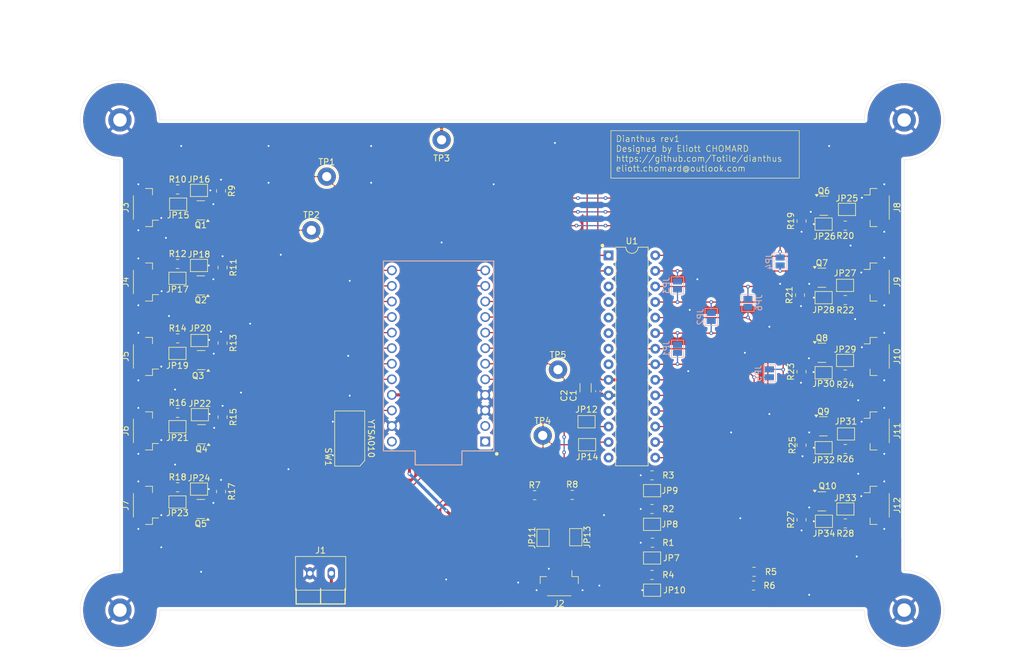
<source format=kicad_pcb>
(kicad_pcb (version 20240108) (generator "pcbnew") (generator_version "8.0")
  (title_block (title "Dianthus") (date "2024-04-19") (rev "v1") (company "Eliott CHOMARD"))
  (layers (0 "F.Cu" signal) (31 "B.Cu" signal) (34 "B.Paste" user) (35 "F.Paste" user) (36 "B.SilkS" user "B.Silkscreen") (37 "F.SilkS" user "F.Silkscreen") (38 "B.Mask" user) (39 "F.Mask" user) (44 "Edge.Cuts" user))
  (net 0 "")
  (net 1 "/BTN1")
  (net 2 "GND")
  (net 3 "+24V")
  (net 4 "+5V")
  (net 5 "/BTN2")
  (net 6 "/BTN3")
  (net 7 "/BTN4")
  (net 8 "/BTN5")
  (net 9 "/BTN6")
  (net 10 "/BTN7")
  (net 11 "/BTN8")
  (net 12 "/BTN9")
  (net 13 "/BTN10")
  (net 14 "Net-(MCU1-RST)")
  (net 15 "/LA6")
  (net 16 "/LA7")
  (net 20 "/switch_connector1/CONN")
  (net 21 "/switch_connector2/CONN")
  (net 22 "/switch_connector3/CONN")
  (net 23 "/switch_connector4/CONN")
  (net 24 "/switch_connector5/CONN")
  (net 25 "/switch_connector6/CONN")
  (net 26 "/switch_connector7/CONN")
  (net 27 "/switch_connector8/CONN")
  (net 28 "/switch_connector10/CONN")
  (net 29 "/switch_connector9/CONN")
  (net 30 "/LA1")
  (net 31 "/LA2")
  (net 32 "/LA3")
  (net 33 "/LA10")
  (net 34 "/LA8")
  (net 35 "/LA9")
  (net 36 "Net-(JP9-B)")
  (net 37 "/SDA")
  (net 38 "Net-(JP10-B)")
  (net 39 "/SCL")
  (net 40 "Net-(JP14-B)")
  (net 41 "Net-(JP19-A)")
  (net 42 "Net-(JP25-A)")
  (net 43 "/LA4")
  (net 44 "/LA5")
  (net 45 "Net-(U1-INTB)")
  (net 46 "Net-(U1-INTA)")
  (net 55 "Net-(J2-Pin_2)")
  (net 56 "Net-(J2-Pin_1)")
  (net 57 "Net-(JP7-B)")
  (net 58 "Net-(JP8-B)")
  (net 59 "Net-(JP12-A)")
  (net 60 "Net-(JP31-A)")
  (net 61 "Net-(JP15-A)")
  (net 62 "Net-(JP17-A)")
  (net 63 "Net-(JP21-A)")
  (net 64 "Net-(JP23-A)")
  (net 65 "Net-(JP27-A)")
  (net 66 "Net-(JP29-A)")
  (net 67 "Net-(JP33-A)")
  (footprint "Package_TO_SOT_SMD:SOT-23" (layer "F.Cu") (at 137.5625 47.75)
    (property "Reference" "Q7")
    (property "Value" "2N7002")
  )
  (footprint "Package_DIP:DIP-28_W7.62mm" (layer "F.Cu") (at 102.75 44.1)
    (property "Reference" "U1")
    (property "Value" "MCP23017_SP")
  )
  (footprint "MountingHole:MountingHole_2.2mm_M2_ISO14580_Pad_TopBottom" (layer "F.Cu") (at 23 102)
    (property "Reference" "REF**" (hide yes))
    (property "Value" "MountingHole_2.2mm_M2_ISO14580_Pad_TopBottom")
  )
  (footprint "Package_TO_SOT_SMD:SOT-23" (layer "F.Cu") (at 137.5625 84.25)
    (property "Reference" "Q10")
    (property "Value" "2N7002")
  )
  (footprint "TestPoint:TestPoint_THTPad_D3.0mm_Drill1.5mm" (layer "F.Cu") (at 75.5 25.25)
    (property "Reference" "TP3")
    (property "Value" "TestPoint_Probe")
  )
  (footprint "Jumper:SolderJumper-2_P1.3mm_Open_Pad1.0x1.5mm" (layer "F.Cu") (at 92.05 90.2 90)
    (property "Reference" "JP11")
    (property "Value" "SolderJumper_2_Open")
  )
  (footprint "Jumper:SolderJumper-2_P1.3mm_Open_Pad1.0x1.5mm" (layer "F.Cu") (at 99.15 71.25 180)
    (property "Reference" "JP12")
    (property "Value" "SolderJumper_2_Open")
  )
  (footprint "jlcpcb:JST_SH_BM04B-SRSS-TB_1x04-1MP_P1.00mm_Vertical" (layer "F.Cu") (at 27.2 48.45 90)
    (property "Reference" "J4")
    (property "Value" "BM04B-SRSS-TB")
  )
  (footprint "Jumper:SolderJumper-2_P1.3mm_Open_Pad1.0x1.5mm" (layer "F.Cu") (at 137.9 87.5 180)
    (property "Reference" "JP34")
    (property "Value" "SolderJumper_2_Open")
  )
  (footprint "Jumper:SolderJumper-2_P1.3mm_Open_Pad1.0x1.5mm" (layer "F.Cu") (at 109.85 82.5)
    (property "Reference" "JP9")
    (property "Value" "SolderJumper_2_Open")
  )
  (footprint "jlcpcb:JST_SH_BM04B-SRSS-TB_1x04-1MP_P1.00mm_Vertical" (layer "F.Cu") (at 146.55 84.9 -90)
    (property "Reference" "J12")
    (property "Value" "BM04B-SRSS-TB")
  )
  (footprint "Package_TO_SOT_SMD:SOT-23" (layer "F.Cu") (at 137.5625 60)
    (property "Reference" "Q8")
    (property "Value" "2N7002")
  )
  (footprint "Resistor_SMD:R_0805_2012Metric" (layer "F.Cu") (at 126.5 95.75 180)
    (property "Reference" "R5")
    (property "Value" "10k")
  )
  (footprint "Jumper:SolderJumper-2_P1.3mm_Open_Pad1.0x1.5mm" (layer "F.Cu") (at 99.25 75)
    (property "Reference" "JP14")
    (property "Value" "SolderJumper_2_Open")
  )
  (footprint "Jumper:SolderJumper-2_P1.3mm_Open_Pad1.0x1.5mm" (layer "F.Cu") (at 35.98 58)
    (property "Reference" "JP20")
    (property "Value" "SolderJumper_2_Open")
  )
  (footprint "Jumper:SolderJumper-2_P1.3mm_Open_Pad1.0x1.5mm" (layer "F.Cu") (at 109.85 88)
    (property "Reference" "JP8")
    (property "Value" "SolderJumper_2_Open")
  )
  (footprint "TestPoint:TestPoint_THTPad_D3.0mm_Drill1.5mm" (layer "F.Cu") (at 56.75 31.25)
    (property "Reference" "TP1")
    (property "Value" "TestPoint_Probe")
  )
  (footprint "Jumper:SolderJumper-2_P1.3mm_Open_Pad1.0x1.5mm" (layer "F.Cu") (at 36.0425 70.1)
    (property "Reference" "JP22")
    (property "Value" "SolderJumper_2_Open")
  )
  (footprint "Jumper:SolderJumper-2_P1.3mm_Bridged_Pad1.0x1.5mm" (layer "F.Cu") (at 32.5 35.75 180)
    (property "Reference" "JP15")
    (property "Value" "SolderJumper_2_Bridged")
  )
  (footprint "Jumper:SolderJumper-2_P1.3mm_Open_Pad1.0x1.5mm" (layer "F.Cu") (at 109.85 98.75)
    (property "Reference" "JP10")
    (property "Value" "SolderJumper_2_Open")
  )
  (footprint "Jumper:SolderJumper-2_P1.3mm_Bridged_Pad1.0x1.5mm" (layer "F.Cu") (at 141.6625 36.6)
    (property "Reference" "JP25")
    (property "Value" "SolderJumper_2_Bridged")
  )
  (footprint "jlcpcb:JST_SH_BM04B-SRSS-TB_1x04-1MP_P1.00mm_Vertical" (layer "F.Cu") (at 27.2 72.75 90)
    (property "Reference" "J6")
    (property "Value" "BM04B-SRSS-TB")
  )
  (footprint "Resistor_SMD:R_0805_2012Metric" (layer "F.Cu") (at 134.25 87.25 -90)
    (property "Reference" "R27")
    (property "Value" "10k")
  )
  (footprint "Jumper:SolderJumper-2_P1.3mm_Open_Pad1.0x1.5mm" (layer "F.Cu") (at 137.85 75.5 180)
    (property "Reference" "JP32")
    (property "Value" "SolderJumper_2_Open")
  )
  (footprint "jlcpcb:JST_SH_BM04B-SRSS-TB_1x04-1MP_P1.00mm_Vertical" (layer "F.Cu") (at 146.55 60.6 -90)
    (property "Reference" "J10")
    (property "Value" "BM04B-SRSS-TB")
  )
  (footprint "jlcpcb:YTS-C015-X" (layer "F.Cu") (at 60.5 74 90)
    (property "Reference" "SW1")
    (property "Value" "YTSA010")
  )
  (footprint "Resistor_SMD:R_0805_2012Metric" (layer "F.Cu") (at 90.6875 83.25)
    (property "Reference" "R7")
    (property "Value" "4.7k")
  )
  (footprint "Jumper:SolderJumper-2_P1.3mm_Open_Pad1.0x1.5mm" (layer "F.Cu") (at 35.9 33.5)
    (property "Reference" "JP16")
    (property "Value" "SolderJumper_2_Open")
  )
  (footprint "Resistor_SMD:R_0805_2012Metric" (layer "F.Cu") (at 32.4125 45.5)
    (property "Reference" "R12")
    (property "Value" "1k")
  )
  (footprint "Package_TO_SOT_SMD:SOT-23" (layer "F.Cu") (at 36.25 61.2 180)
    (property "Reference" "Q3")
    (property "Value" "2N7002")
  )
  (footprint "Jumper:SolderJumper-2_P1.3mm_Open_Pad1.0x1.5mm" (layer "F.Cu") (at 35.9 82.25)
    (property "Reference" "JP24")
    (property "Value" "SolderJumper_2_Open")
  )
  (footprint "Package_TO_SOT_SMD:SOT-23" (layer "F.Cu") (at 36.1875 85.5 180)
    (property "Reference" "Q5")
    (property "Value" "2N7002")
  )
  (footprint "Resistor_SMD:R_0805_2012Metric" (layer "F.Cu") (at 109.8375 80 180)
    (property "Reference" "R3")
    (property "Value" "10k")
  )
  (footprint "TestPoint:TestPoint_THTPad_D3.0mm_Drill1.5mm" (layer "F.Cu") (at 94.5 62.75)
    (property "Reference" "TP5")
    (property "Value" "TestPoint_Probe")
  )
  (footprint "Jumper:SolderJumper-2_P1.3mm_Open_Pad1.0x1.5mm" (layer "F.Cu") (at 137.85 39 180)
    (property "Reference" "JP26")
    (property "Value" "SolderJumper_2_Open" (hide yes))
  )
  (footprint "Jumper:SolderJumper-2_P1.3mm_Bridged_Pad1.0x1.5mm" (layer "F.Cu") (at 141.4 85.5)
    (property "Reference" "JP33")
    (property "Value" "SolderJumper_2_Bridged")
  )
  (footprint "Resistor_SMD:R_0805_2012Metric" (layer "F.Cu") (at 141.3875 39.25 180)
    (property "Reference" "R20")
    (property "Value" "1k")
  )
  (footprint "jlcpcb:JST_SH_BM04B-SRSS-TB_1x04-1MP_P1.00mm_Vertical" (layer "F.Cu") (at 27.2 36.3 90)
    (property "Reference" "J3")
    (property "Value" "BM04B-SRSS-TB")
  )
  (footprint "Package_TO_SOT_SMD:SOT-23" (layer "F.Cu") (at 36.1875 36.75 180)
    (property "Reference" "Q1")
    (property "Value" "2N7002")
  )
  (footprint "Resistor_SMD:R_0805_2012Metric" (layer "F.Cu") (at 109.8375 85.5 180)
    (property "Reference" "R2")
    (property "Value" "10k")
  )
  (footprint "Resistor_SMD:R_0805_2012Metric" (layer "F.Cu") (at 141.3875 75.7 180)
    (property "Reference" "R26")
    (property "Value" "1k")
  )
  (footprint "Resistor_SMD:R_0805_2012Metric" (layer "F.Cu") (at 39.75 70.5 90)
    (property "Reference" "R15")
    (property "Value" "10k")
  )
  (footprint "Resistor_SMD:R_0805_2012Metric" (layer "F.Cu") (at 141.3875 51.4 180)
    (property "Reference" "R22")
    (property "Value" "1k")
  )
  (footprint "MountingHole:MountingHole_2.2mm_M2_ISO14580_Pad_TopBottom" (layer "F.Cu") (at 23 22 90)
    (property "Reference" "REF**" (hide yes))
    (property "Value" "MountingHole_2.2mm_M2_ISO14580_Pad_TopBottom")
  )
  (footprint "Jumper:SolderJumper-2_P1.3mm_Open_Pad1.0x1.5mm" (layer "F.Cu") (at 35.9 45.75)
    (property "Reference" "JP18")
    (property "Value" "SolderJumper_2_Open")
  )
  (footprint "Jumper:SolderJumper-2_P1.3mm_Bridged_Pad1.0x1.5mm" (layer "F.Cu") (at 32.3825 72.06625 180)
    (property "Reference" "JP21")
    (property "Value" "SolderJumper_2_Bridged")
  )
  (footprint "Jumper:SolderJumper-2_P1.3mm_Bridged_Pad1.0x1.5mm" (layer "F.Cu") (at 32.3825 84.35 180)
    (property "Reference" "JP23")
    (property "Value" "SolderJumper_2_Bridged")
  )
  (footprint "MountingHole:MountingHole_2.2mm_M2_ISO14580_Pad_TopBottom" (layer "F.Cu") (at 151 22)
    (property "Reference" "REF**" (hide yes))
    (property "Value" "MountingHole_2.2mm_M2_ISO14580_Pad_TopBottom")
  )
  (footprint "Jumper:SolderJumper-2_P1.3mm_Bridged_Pad1.0x1.5mm" (layer "F.Cu") (at 32.3825 47.85 180)
    (property "Reference" "JP17")
    (property "Value" "SolderJumper_2_Bridged")
  )
  (footprint "jlcpcb:JST_SH_BM04B-SRSS-TB_1x04-1MP_P1.00mm_Vertical" (layer "F.Cu") (at 94.7 97.65 180)
    (property "Reference" "J2")
    (property "Value" "BM04B-SRSS-TB")
  )
  (footprint "jlcpcb:JST_SH_BM04B-SRSS-TB_1x04-1MP_P1.00mm_Vertical" (layer "F.Cu") (at 27.2 84.9 90)
    (property "Reference" "J7")
    (property "Value" "BM04B-SRSS-TB")
  )
  (footprint "Resistor_SMD:R_0805_2012Metric" (layer "F.Cu") (at 32.4125 69.8)
    (property "Reference" "R16")
    (property "Value" "1k")
  )
  (footprint "jlcpcb:DB301V-3.5-2P-GN-S" (layer "F.Cu") (at 55.75 96)
    (property "Reference" "J1")
    (property "Value" "Screw terminal")
  )
  (footprint "Package_TO_SOT_SMD:SOT-23" (layer "F.Cu") (at 137.8125 72)
    (property "Reference" "Q9")
    (property "Value" "2N7002")
  )
  (footprint "Resistor_SMD:R_0805_2012Metric" (layer "F.Cu") (at 141.3875 63.55 180)
    (property "Reference" "R24")
    (property "Value" "1k")
  )
  (footprint "jlcpcb:JST_SH_BM04B-SRSS-TB_1x04-1MP_P1.00mm_Vertical" (layer "F.Cu") (at 146.55 48.45 -90)
    (property "Reference" "J9")
    (property "Value" "BM04B-SRSS-TB")
  )
  (footprint "Jumper:SolderJumper-2_P1.3mm_Bridged_Pad1.0x1.5mm" (layer "F.Cu") (at 32.3825 60.1 180)
    (property "Reference" "JP19")
    (property "Value" "SolderJumper_2_Bridged")
  )
  (footprint "Jumper:SolderJumper-2_P1.3mm_Open_Pad1.0x1.5mm" (layer "F.Cu") (at 137.85 51 180)
    (property "Reference" "JP28")
    (property "Value" "SolderJumper_2_Open")
  )
  (footprint "Package_TO_SOT_SMD:SOT-23" (layer "F.Cu") (at 137.8875 36)
    (property "Reference" "Q6")
    (property "Value" "2N7002")
  )
  (footprint "Package_TO_SOT_SMD:SOT-23" (layer "F.Cu") (at 36.3125 73.3 180)
    (property "Reference" "Q4")
    (property "Value" "2N7002")
  )
  (footprint "Resistor_SMD:R_0805_2012Metric" (layer "F.Cu") (at 109.9125 91 180)
    (property "Reference" "R1")
    (property "Value" "10k")
  )
  (footprint "Capacitor_SMD:C_1206_3216Metric" (layer "F.Cu") (at 99 65.725 -90)
    (property "Reference" "C2")
    (property "Value" "10uF")
  )
  (footprint "jlcpcb:JST_SH_BM04B-SRSS-TB_1x04-1MP_P1.00mm_Vertical" (layer "F.Cu") (at 27.2 60.6 90)
    (property "Reference" "J5")
    (property "Value" "BM04B-SRSS-TB")
  )
  (footprint "jlcpcb:JST_SH_BM04B-SRSS-TB_1x04-1MP_P1.00mm_Vertical" (layer "F.Cu") (at 146.55 72.75 -90)
    (property "Reference" "J11")
    (property "Value" "BM04B-SRSS-TB")
  )
  (footprint "Resistor_SMD:R_0805_2012Metric" (layer "F.Cu") (at 39.5 82.6625 90)
    (property "Reference" "R17")
    (property "Value" "10k")
  )
  (footprint "MountingHole:MountingHole_2.2mm_M2_ISO14580_Pad_TopBottom" (layer "F.Cu") (at 151 102)
    (property "Reference" "REF**" (hide yes))
    (property "Value" "MountingHole_2.2mm_M2_ISO14580_Pad_TopBottom")
  )
  (footprint "Jumper:SolderJumper-2_P1.3mm_Bridged_Pad1.0x1.5mm" (layer "F.Cu") (at 141.5 73.25)
    (property "Reference" "JP31")
    (property "Value" "SolderJumper_2_Bridged")
  )
  (footprint "Resistor_SMD:R_0805_2012Metric" (layer "F.Cu") (at 39.5 33.5875 90)
    (property "Reference" "R9")
    (property "Value" "10k")
  )
  (footprint "Jumper:SolderJumper-2_P1.3mm_Open_Pad1.0x1.5mm" (layer "F.Cu") (at 137.85 63.25 180)
    (property "Reference" "JP30")
    (property "Value" "SolderJumper_2_Open")
  )
  (footprint "Resistor_SMD:R_0805_2012Metric" (layer "F.Cu") (at 134.25 38.5 -90)
    (property "Reference" "R19")
    (property "Value" "10k")
  )
  (footprint "Resistor_SMD:R_0805_2012Metric" (layer "F.Cu") (at 134.25 63.0875 -90)
    (property "Reference" "R23")
    (property "Value" "10k")
  )
  (footprint "Resistor_SMD:R_0805_2012Metric" (layer "F.Cu") (at 109.8375 96.25)
    (property "Reference" "R4")
    (property "Value" "10k")
  )
  (footprint "Resistor_SMD:R_0805_2012Metric" (layer "F.Cu") (at 32.4125 57.65)
    (property "Reference" "R14")
    (property "Value" "1k")
  )
  (footprint "Resistor_SMD:R_0805_2012Metric" (layer "F.Cu") (at 134.25 75.0875 -90)
    (property "Reference" "R25")
    (property "Value" "10k")
  )
  (footprint "Package_TO_SOT_SMD:SOT-23" (layer "F.Cu") (at 36.1875 49 180)
    (property "Reference" "Q2")
    (property "Value" "2N7002")
  )
  (footprint "Resistor_SMD:R_0805_2012Metric" (layer "F.Cu") (at 126.4125 98 180)
    (property "Reference" "R6")
    (property "Value" "10k")
  )
  (footprint "TestPoint:TestPoint_THTPad_D3.0mm_Drill1.5mm" (layer "F.Cu") (at 54.25 40)
    (property "Reference" "TP2")
    (property "Value" "TestPoint_Probe")
  )
  (footprint "Resistor_SMD:R_0805_2012Metric" (layer "F.Cu") (at 134 50.5875 -90)
    (property "Reference" "R21")
    (property "Value" "10k")
  )
  (footprint "Jumper:SolderJumper-2_P1.3mm_Open_Pad1.0x1.5mm" (layer "F.Cu") (at 109.85 93.5)
    (property "Reference" "JP7")
    (property "Value" "SolderJumper_2_Open")
  )
  (footprint "Resistor_SMD:R_0805_2012Metric" (layer "F.Cu") (at 39.75 58.4125 90)
    (property "Reference" "R13")
    (property "Value" "10k")
  )
  (footprint "Resistor_SMD:R_0805_2012Metric" (layer "F.Cu") (at 141.3875 87.85 180)
    (property "Reference" "R28")
    (property "Value" "1k")
  )
  (footprint "Resistor_SMD:R_0805_2012Metric" (layer "F.Cu") (at 96.8125 83.2 180)
    (property "Reference" "R8")
    (property "Value" "4.7k")
  )
  (footprint "Jumper:SolderJumper-2_P1.3mm_Bridged_Pad1.0x1.5mm" (layer "F.Cu") (at 141.35 61.25)
    (property "Reference" "JP29")
    (property "Value" "SolderJumper_2_Bridged")
  )
  (footprint "jlcpcb:ProMicro" (layer "F.Cu") (at 75 60.52 90)
    (property "Reference" "MCU1" (hide yes))
    (property "Value" "ATMEGA32UA_PROMICRO")
  )
  (footprint "Resistor_SMD:R_0805_2012Metric" (layer "F.Cu") (at 32.4125 33.35)
    (property "Reference" "R10")
    (property "Value" "1k")
  )
  (footprint "Capacitor_SMD:C_0402_1005Metric" (layer "F.Cu") (at 101 66.27 -90)
    (property "Reference" "C1")
    (property "Value" "0.1uF")
  )
  (footprint "Jumper:SolderJumper-2_P1.3mm_Bridged_Pad1.0x1.5mm" (layer "F.Cu") (at 141.35 49)
    (property "Reference" "JP27")
    (property "Value" "SolderJumper_2_Bridged")
  )
  (footprint "Jumper:SolderJumper-2_P1.3mm_Open_Pad1.0x1.5mm" (layer "F.Cu") (at 97.4 90.1 90)
    (property "Reference" "JP13")
    (property "Value" "SolderJumper_2_Open" (hide yes))
  )
  (footprint "TestPoint:TestPoint_THTPad_D3.0mm_Drill1.5mm" (layer "F.Cu") (at 92 73.5)
    (property "Reference" "TP4")
    (property "Value" "TestPoint_Probe")
  )
  (footprint "jlcpcb:JST_SH_BM04B-SRSS-TB_1x04-1MP_P1.00mm_Vertical" (layer "F.Cu") (at 146.55 36.3 -90)
    (property "Reference" "J8")
    (property "Value" "BM04B-SRSS-TB")
  )
  (footprint "Resistor_SMD:R_0805_2012Metric" (layer "F.Cu") (at 32.4125 81.95)
    (property "Reference" "R18")
    (property "Value" "1k")
  )
  (footprint "Resistor_SMD:R_0805_2012Metric" (layer "F.Cu") (at 39.75 46.0875 90)
    (property "Reference" "R11")
    (property "Value" "10k")
  )
  (footprint "Jumper:SolderJumper-2_P1.3mm_Open_Pad1.0x1.5mm" (layer "B.Cu") (at 125.5 51.85 90)
    (property "Reference" "JP6")
    (property "Value" "SolderJumper_2_Open")
  )
  (footprint "Jumper:SolderJumper-2_P1.3mm_Open_Pad1.0x1.5mm" (layer "B.Cu") (at 129 63.35 -90)
    (property "Reference" "JP5")
    (property "Value" "SolderJumper_2_Open")
  )
  (footprint "Jumper:SolderJumper-2_P1.3mm_Open_Pad1.0x1.5mm" (layer "B.Cu") (at 114 59.35 -90)
    (property "Reference" "JP1")
    (property "Value" "SolderJumper_2_Open")
  )
  (footprint "Jumper:SolderJumper-2_P1.3mm_Open_Pad1.0x1.5mm" (layer "B.Cu") (at 119.5 54.15 90)
    (property "Reference" "JP2")
    (property "Value" "SolderJumper_2_Open")
  )
  (footprint "Jumper:SolderJumper-2_P1.3mm_Open_Pad1.0x1.5mm" (layer "B.Cu") (at 114 49.005 -90)
    (property "Reference" "JP3")
    (property "Value" "SolderJumper_2_Open")
  )
  (footprint "Jumper:SolderJumper-2_P1.3mm_Open_Pad1.0x1.5mm" (layer "B.Cu") (at 130.75 45.1 -90)
    (property "Reference" "JP4")
    (property "Value" "SolderJumper_2_Open")
  )
  (gr_circle (center 84.5 76.5) (end 84.75 76.5) (stroke (width 0.1)) (fill solid) (layer "F.SilkS"))
  (gr_circle (center 101.75 42.5) (end 102 42.5) (stroke (width 0.1)) (fill solid) (layer "F.SilkS"))
  (gr_line (start 151 28.5) (end 151 95.5) (stroke (width 0.05)) (layer "Edge.Cuts"))
  (gr_line (start 144.5 102) (end 29.5 102) (stroke (width 0.05)) (layer "Edge.Cuts"))
  (gr_arc (start 23 28.5) (mid 18.403806 17.403806) (end 29.5 22) (stroke (width 0.05)) (layer "Edge.Cuts"))
  (gr_arc (start 29.5 102) (mid 18.403806 106.596194) (end 23 95.5) (stroke (width 0.05)) (layer "Edge.Cuts"))
  (gr_arc (start 151 95.5) (mid 155.596194 106.596194) (end 144.5 102) (stroke (width 0.05)) (layer "Edge.Cuts"))
  (gr_arc (start 144.5 22) (mid 155.596194 17.403806) (end 151 28.5) (stroke (width 0.05)) (layer "Edge.Cuts"))
  (gr_line (start 23 95.5) (end 23 28.5) (stroke (width 0.05)) (layer "Edge.Cuts"))
  (gr_line (start 29.5 22) (end 144.5 22) (stroke (width 0.05)) (layer "Edge.Cuts"))
  (gr_text_box "Dianthus rev1\nDesigned by Eliott CHOMARD\nhttps://github.com/Totile/dianthus\neliott.chomard@outlook.com" (start 103.125 23.75) (end 133.875 31.5) (layer "F.SilkS") (effects (font (size 1 1) (thickness 0.1)) (justify left top)) (border yes) (stroke (width 0.1)))
  (segment (start 30.05 36.8) (end 33.25 40) (width 0.2) (layer "F.Cu") (net 1))
  (segment (start 33.25 40) (end 54.25 40) (width 0.2) (layer "F.Cu") (net 1))
  (segment (start 54.25 40) (end 63.34 49.09) (width 0.2) (layer "F.Cu") (net 1))
  (segment (start 28.525 36.8) (end 30.05 36.8) (width 0.2) (layer "F.Cu") (net 1))
  (segment (start 63.34 49.09) (end 67.38 49.09) (width 0.2) (layer "F.Cu") (net 1))
  (segment (start 57.925 76.925) (end 57.75 76.75) (width 0.2) (layer "F.Cu") (net 2))
  (segment (start 38.2 35.8) (end 38.25 35.75) (width 0.6) (layer "F.Cu") (net 2))
  (segment (start 98.4 98.85) (end 98.5 98.75) (width 0.6) (layer "F.Cu") (net 2))
  (segment (start 37.125 35.8) (end 38.2 35.8) (width 0.6) (layer "F.Cu") (net 2))
  (segment (start 147.75 51.25) (end 147.75 52.25) (width 0.6) (layer "F.Cu") (net 2))
  (segment (start 29.8 49.95) (end 28.525 49.95) (width 0.6) (layer "F.Cu") (net 2))
  (segment (start 38.2 84.55) (end 38.25 84.5) (width 0.6) (layer "F.Cu") (net 2))
  (segment (start 136.625 60.95) (end 135.5 60.95) (width 0.6) (layer "F.Cu") (net 2))
  (segment (start 28.525 74.25) (end 29.75 74.25) (width 0.6) (layer "F.Cu") (net 2))
  (segment (start 135.55 48.7) (end 135.5 48.75) (width 0.6) (layer "F.Cu") (net 2))
  (segment (start 147.75 82.1) (end 147.75 81) (width 0.6) (layer "F.Cu") (net 2))
  (segment (start 134.25 64) (end 134.25 64.7875) (width 0.6) (layer "F.Cu") (net 2))
  (segment (start 97.5 98.85) (end 98.4 98.85) (width 0.6) (layer "F.Cu") (net 2))
  (segment (start 36.63 58) (end 37.4625 58) (width 0.6) (layer "F.Cu") (net 2))
  (segment (start 59 76.925) (end 57.925 76.925) (width 0.2) (layer "F.Cu") (net 2))
  (segment (start 91.1 98.85) (end 91 98.75) (width 0.6) (layer "F.Cu") (net 2))
  (segment (start 136.625 72.95) (end 135.55 72.95) (width 0.6) (layer "F.Cu") (net 2))
  (segment (start 144.05 46.95) (end 145.225 46.95) (width 0.6) (layer "F.Cu") (net 2))
  (segment (start 144 46.9) (end 144.05 46.95) (width 0.6) (layer "F.Cu") (net 2))
  (segment (start 134.25 76) (end 134.25 76.7375) (width 0.6) (layer "F.Cu") (net 2))
  (segment (start 26 82.1) (end 26 81) (width 0.6) (layer "F.Cu") (net 2))
  (segment (start 108 80) (end 108.925 80) (width 0.6) (layer "F.Cu") (net 2))
  (segment (start 57.925 71.075) (end 57.75 71.25) (width 0.2) (layer "F.Cu") (net 2))
  (segment (start 108 85.5) (end 108.925 85.5) (width 0.6) (layer "F.Cu") (net 2))
  (segment (start 145.225 71.25) (end 144.05 71.25) (width 0.6) (layer "F.Cu") (net 2))
  (segment (start 136.3 63.25) (end 136.2 63.15) (width 0.6) (layer "F.Cu") (net 2))
  (segment (start 108 91) (end 109 91) (width 0.6) (layer "F.Cu") (net 2))
  (segment (start 135.5 60.95) (end 135.45 60.9) (width 0.6) (layer "F.Cu") (net 2))
  (segment (start 137.2 51) (end 136.25 51) (width 0.6) (layer "F.Cu") (net 2))
  (segment (start 26 33.5) (end 26 32.5) (width 0.6) (layer "F.Cu") (net 2))
  (segment (start 37.1875 60.25) (end 38.2125 60.25) (width 0.6) (layer "F.Cu") (net 2))
  (segment (start 26 75.55) (end 26 76.5) (width 0.6) (layer "F.Cu") (net 2))
  (segment (start 135.55 85.2) (end 135.5 85.25) (width 0.6) (layer "F.Cu") (net 2))
  (segment (start 147.75 87.7) (end 147.75 88.75) (width 0.6) (layer "F.Cu") (net 2))
  (segment (start 38.2125 60.25) (end 38.3125 60.15) (width 0.6) (layer "F.Cu") (net 2))
  (segment (start 136.625 85.2) (end 135.55 85.2) (width 0.6) (layer "F.Cu") (net 2))
  (segment (start 37.525 70.1) (end 37.625 70) (width 0.6) (layer "F.Cu") (net 2))
  (segment (start 29.65 86.4) (end 29.75 86.5) (width 0.6) (layer "F.Cu") (net 2))
  (segment (start 147.75 63.4) (end 147.75 64.5) (width 0.6) (layer "F.Cu") (net 2))
  (segment (start 147.75 57.8) (end 147.75 56.75) (width 0.6) (layer "F.Cu") (net 2))
  (segment (start 36.55 82.25) (end 37.5 82.25) (width 0.6) (layer "F.Cu") (net 2))
  (segment (start 137.2 75.5) (end 136.25 75.5) (width 0.6) (layer "F.Cu") (net 2))
  (segment (start 29.6 62.1) (end 29.75 62.25) (width 0.6) (layer "F.Cu") (net 2))
  (segment (start 26 45.65) (end 26 44.6) (width 0.6) (layer "F.Cu") (net 2))
  (segment (start 59 71.075) (end 57.925 71.075) (width 0.2) (layer "F.Cu") (net 2))
  (segment (start 147.75 39.1) (end 147.75 40.25) (width 0.6) (layer "F.Cu") (net 2))
  (segment (start 135.8 36.95) (end 135.75 37) (width 0.6) (layer "F.Cu") (net 2))
  (segment (start 37.125 84.55) (end 38.2 84.55) (width 0.6) (layer "F.Cu") (net 2))
  (segment (start 134.25 89) (end 134.25 88.1625) (width 0.6) (layer "F.Cu") (net 2))
  (segment (start 37.4625 58) (end 37.5625 57.9) (width 0.6) (layer "F.Cu") (net 2))
  (segment (start 26 69.95) (end 26 69) (width 0.6) (layer "F.Cu") (net 2))
  (segment (start 37.25 72.35) (end 38.275 72.35) (width 0.6) (layer "F.Cu") (net 2))
  (segment (start 28.525 86.4) (end 29.65 86.4) (width 0.6) (layer "F.Cu") (net 2))
  (segment (start 28.525 37.8) (end 29.55 37.8) (width 0.6) (layer "F.Cu") (net 2))
  (segment (start 26 39.1) (end 26 40) (width 0.6) (layer "F.Cu") (net 2))
  (segment (start 37.5 45.75) (end 36.55 45.75) (width 0.6) (layer "F.Cu") (net 2))
  (segment (start 147.75 45.65) (end 147.75 44.5) (width 0.6) (layer "F.Cu") (net 2))
  (segment (start 38.275 72.35) (end 38.375 72.25) (width 0.6) (layer "F.Cu") (net 2))
  (segment (start 134.25 76.7375) (end 134.4 76.8875) (width 0.6) (layer "F.Cu") (net 2))
  (segment (start 136.625 48.7) (end 135.55 48.7) (width 0.6) (layer "F.Cu") (net 2))
  (segment (start 144.2 34.8) (end 144.1 34.7) (width 0.6) (layer "F.Cu") (net 2))
  (segment (start 39.75 69.5875) (end 39.75 68.6625) (width 0.6) (layer "F.Cu") (net 2))
  (segment (start 38.2 48.05) (end 38.25 48) (width 0.6) (layer "F.Cu") (net 2))
  (segment (start 26 51.25) (end 26 52.25) (width 0.6) (layer "F.Cu") (net 2))
  (segment (start 36.6925 70.1) (end 37.525 70.1) (width 0.6) (layer "F.Cu") (net 2))
  (segment (start 135.55 72.95) (end 135.5 73) (width 0.6) (layer "F.Cu") (net 2))
  (segment (start 134.25 39.4125) (end 134.25 40.25) (width 0.6) (layer "F.Cu") (net 2))
  (segment (start 134.25 64.7875) (end 134.15 64.8875) (width 0.6) (layer "F.Cu") (net 2))
  (segment (start 137.2 39) (end 136.25 39) (width 0.6) (layer "F.Cu") (net 2))
  (segment (start 39.5 81.75) (end 39.5 80.75) (width 0.6) (layer "F.Cu") (net 2))
  (segment (start 39.5 57.5) (end 39.5 56.575) (width 0.6) (layer "F.Cu") (net 2))
  (segment (start 137.25 87.5) (end 136.25 87.5) (width 0.6) (layer "F.Cu") (net 2))
  (segment (start 145.225 34.8) (end 144.2 34.8) (width 0.6) (layer "F.Cu") (net 2))
  (segment (start 137.2 63.25) (end 136.3 63.25) (width 0.6) (layer "F.Cu") (net 2))
  (segment (start 144.1 59.1) (end 145.225 59.1) (width 0.6) (layer "F.Cu") (net 2))
  (segment (start 28.525 62.1) (end 29.6 62.1) (width 0.6) (layer "F.Cu") (net 2))
  (segment (start 147.75 75.55) (end 147.75 76.5) (width 0.6) (layer "F.Cu") (net 2))
  (segment (start 93.2 96.325) (end 93.2 95.45) (width 0.6) (layer "F.Cu") (net 2))
  (segment (start 136.95 36.95) (end 135.8 36.95) (width 0.6) (layer "F.Cu") (net 2))
  (segment (start 134.25 52.2875) (end 134.15 52.3875) (width 0.6) (layer "F.Cu") (net 2))
  (segment (start 37.125 48.05) (end 38.2 48.05) (width 0.6) (layer "F.Cu") (net 2))
  (segment (start 26 57.8) (end 26 56.75) (width 0.6) (layer "F.Cu") (net 2))
  (segment (start 134.25 51.5) (end 134.25 52.2875) (width 0.6) (layer "F.Cu") (net 2))
  (segment (start 108.25 98.75) (end 109.2 98.75) (width 0.6) (layer "F.Cu") (net 2))
  (segment (start 144 83.4) (end 145.225 83.4) (width 0.6) (layer "F.Cu") (net 2))
  (segment (start 147.75 69.95) (end 147.75 69) (width 0.6) (layer "F.Cu") (net 2))
  (segment (start 39.5 32.675) (end 39.5 31.75) (width 0.6) (layer "F.Cu") (net 2))
  (segment (start 36.55 33.5) (end 37.75 33.5) (width 0.6) (layer "F.Cu") (net 2))
  (segment (start 26 87.7) (end 26 88.75) (width 0.6) (layer "F.Cu") (net 2))
  (segment (start 147.75 33.5) (end 147.75 32.5) (width 0.6) (layer "F.Cu") (net 2))
  (segment (start 39.75 45.175) (end 39.75 44.25) (width 0.6) (layer "F.Cu") (net 2))
  (segment (start 93.2 95.45) (end 93 95.25) (width 0.6) (layer "F.Cu") (net 2))
  (segment (start 91.9 98.85) (end 91.1 98.85) (width 0.6) (layer "F.Cu") (net 2))
  (segment (start 29.55 37.8) (end 29.75 38) (width 0.6) (layer "F.Cu") (net 2))
  (segment (start 26 63.4) (end 26 64.5) (width 0.6) (layer "F.Cu") (net 2))
  (via (at 134.15 52.3875) (size 0.6) (drill 0.3) (layers "F.Cu" "B.Cu") (net 2))
  (via (at 37.5625 57.9) (size 0.6) (drill 0.3) (layers "F.Cu" "B.Cu") (net 2))
  (via (at 29.75 86.5) (size 0.6) (drill 0.3) (layers "F.Cu" "B.Cu") (net 2))
  (via (at 115.75 63) (size 0.6) (drill 0.3) (layers "F.Cu" "B.Cu") (net 2))
  (via (at 75.5 42) (size 0.6) (drill 0.3) (layers "F.Cu" "B.Cu") (net 2))
  (via (at 32 78.25) (size 0.6) (drill 0.3) (layers "F.Cu" "B.Cu") (net 2))
  (via (at 64 32.25) (size 0.6) (drill 0.3) (layers "F.Cu" "B.Cu") (net 2))
  (via (at 147.75 64.5) (size 0.6) (drill 0.3) (layers "F.Cu" "B.Cu") (net 2))
  (via (at 116 53) (size 0.6) (drill 0.3) (layers "F.Cu" "B.Cu") (net 2))
  (via (at 37.75 33.5) (size 0.6) (drill 0.3) (layers "F.Cu" "B.Cu") (net 2))
  (via (at 26 81) (size 0.6) (drill 0.3) (layers "F.Cu" "B.Cu") (net 2))
  (via (at 135.5 99.5) (size 0.6) (drill 0.3) (layers "F.Cu" "B.Cu") (net 2))
  (via (at 50.5 79) (size 0.6) (drill 0.3) (layers "F.Cu" "B.Cu") (net 2))
  (via (at 143.25 93.25) (size 0.6) (drill 0.3) (layers "F.Cu" "B.Cu") (net 2))
  (via (at 147.75 44.5) (size 0.6) (drill 0.3) (layers "F.Cu" "B.Cu") (net 2))
  (via (at 135.45 60.9) (size 0.6) (drill 0.3) (layers "F.Cu" "B.Cu") (net 2))
  (via (at 147.75 88.75) (size 0.6) (drill 0.3) (layers "F.Cu" "B.Cu") (net 2))
  (via (at 26 32.5) (size 0.6) (drill 0.3) (layers "F.Cu" "B.Cu") (net 2))
  (via (at 57.75 71.25) (size 0.6) (drill 0.3) (layers "F.Cu" "B.Cu") (net 2))
  (via (at 136.25 39) (size 0.6) (drill 0.3) (layers "F.Cu" "B.Cu") (net 2))
  (via (at 93 95.25) (size 0.6) (drill 0.3) (layers "F.Cu" "B.Cu") (net 2))
  (via (at 37.5 45.75) (size 0.6) (drill 0.3) (layers "F.Cu" "B.Cu") (net 2))
  (via (at 29.75 91.75) (size 0.6) (drill 0.3) (layers "F.Cu" "B.Cu") (net 2))
  (via (at 144 83.4) (size 0.6) (drill 0.3) (layers "F.Cu" "B.Cu") (net 2))
  (via (at 30.5 41.25) (size 0.6) (drill 0.3) (layers "F.Cu" "B.Cu") (net 2))
  (via (at 29.75 74.25) (size 0.6) (drill 0.3) (layers "F.Cu" "B.Cu") (net 2))
  (via (at 38.25 35.75) (size 0.6) (drill 0.3) (layers "F.Cu" "B.Cu") (net 2))
  (via (at 26 69) (size 0.6) (drill 0.3) (layers "F.Cu" "B.Cu") (net 2))
  (via (at 122.75 73) (size 0.6) (drill 0.3) (layers "F.Cu" "B.Cu") (net 2))
  (via (at 26 76.5) (size 0.6) (drill 0.3) (layers "F.Cu" "B.Cu") (net 2))
  (via (at 144.1 59.1) (size 0.6) (drill 0.3) (layers "F.Cu" "B.Cu") (net 2))
  (via (at 143 54.5) (size 0.6) (drill 0.3) (layers "F.Cu" "B.Cu") (net 2))
  (via (at 47.25 26.25) (size 0.6) (drill 0.3) (layers "F.Cu" "B.Cu") (net 2))
  (via (at 57.75 76.75) (size 0.6) (drill 0.3) (layers "F.Cu" "B.Cu") (net 2))
  (via (at 47.25 32.25) (size 0.6) (drill 0.3) (layers "F.Cu" "B.Cu") (net 2))
  (via (at 135.5 48.75) (size 0.6) (drill 0.3) (layers "F.Cu" "B.Cu") (net 2))
  (via (at 147.75 56.75) (size 0.6) (drill 0.3) (layers "F.Cu" "B.Cu") (net 2))
  (via (at 94 25.75) (size 0.6) (drill 0.3) (layers "F.Cu" "B.Cu") (net 2))
  (via (at 91 98.75) (size 0.6) (drill 0.3) (layers "F.Cu" "B.Cu") (net 2))
  (via (at 26 52.25) (size 0.6) (drill 0.3) (layers "F.Cu" "B.Cu") (net 2))
  (via (at 39.5 31.75) (size 0.6) (drill 0.3) (layers "F.Cu" "B.Cu") (net 2))
  (via (at 33 26.25) (size 0.6) (drill 0.3) (layers "F.Cu" "B.Cu") (net 2))
  (via (at 143.5 79.75) (size 0.6) (drill 0.3) (layers "F.Cu" "B.Cu") (net 2))
  (via (at 108.25 98.75) (size 0.6) (drill 0.3) (layers "F.Cu" "B.Cu") (net 2))
  (via (at 129 70) (size 0.6) (drill 0.3) (layers "F.Cu" "B.Cu") (net 2))
  (via (at 136.25 51) (size 0.6) (drill 0.3) (layers "F.Cu" "B.Cu") (net 2))
  (via (at 134.4 76.8875) (size 0.6) (drill 0.3) (layers "F.Cu" "B.Cu") (net 2))
  (via (at 29.8 49.95) (size 0.6) (drill 0.3) (layers "F.Cu" "B.Cu") (net 2))
  (via (at 144.05 71.25) (size 0.6) (drill 0.3) (layers "F.Cu" "B.Cu") (net 2))
  (via (at 125 60) (size 0.6) (drill 0.3) (layers "F.Cu" "B.Cu") (net 2))
  (via (at 144.1 34.7) (size 0.6) (drill 0.3) (layers "F.Cu" "B.Cu") (net 2))
  (via (at 39.5 56.575) (size 0.6) (drill 0.3) (layers "F.Cu" "B.Cu") (net 2))
  (via (at 37.625 70) (size 0.6) (drill 0.3) (layers "F.Cu" "B.Cu") (net 2))
  (via (at 135.5 73) (size 0.6) (drill 0.3) (layers "F.Cu" "B.Cu") (net 2))
  (via (at 39.5 80.75) (size 0.6) (drill 0.3) (layers "F.Cu" "B.Cu") (net 2))
  (via (at 60.5 67) (size 0.6) (drill 0.3) (layers "F.Cu" "B.Cu") (net 2))
  (via (at 60.25 60.5) (size 0.6) (drill 0.3) (layers "F.Cu" "B.Cu") (net 2))
  (via (at 64 26.25) (size 0.6) (drill 0.3) (layers "F.Cu" "B.Cu") (net 2))
  (via (at 32 66) (size 0.6) (drill 0.3) (layers "F.Cu" "B.Cu") (net 2))
  (via (at 135.75 37) (size 0.6) (drill 0.3) (layers "F.Cu" "B.Cu") (net 2))
  (via (at 147.75 32.5) (size 0.6) (drill 0.3) (layers "F.Cu" "B.Cu") (net 2))
  (via (at 26 64.5) (size 0.6) (drill 0.3) (layers "F.Cu" "B.Cu") (net 2))
  (via (at 38.25 48) (size 0.6) (drill 0.3) (layers "F.Cu" "B.Cu") (net 2))
  (via (at 143.5 67.75) (size 0.6) (drill 0.3) (layers "F.Cu" "B.Cu") (net 2))
  (via (at 147.75 81) (size 0.6) (drill 0.3) (layers "F.Cu" "B.Cu") (net 2))
  (via (at 29.75 38) (size 0.6) (drill 0.3) (layers "F.Cu" "B.Cu") (net 2))
  (via (at 31 54) (size 0.6) (drill 0.3) (layers "F.Cu" "B.Cu") (net 2))
  (via (at 26 40) (size 0.6) (drill 0.3) (layers "F.Cu" "B.Cu") (net 2))
  (via (at 108 85.5) (size 0.6) (drill 0.3) (layers "F.Cu" "B.Cu") (net 2))
  (via (at 38.3125 60.15) (size 0.6) (drill 0.3) (layers "F.Cu" "B.Cu") (net 2))
  (via (at 26 88.75) (size 0.6) (drill 0.3) (layers "F.Cu" "B.Cu") (net 2))
  (via (at 124.25 87) (size 0.6) (drill 0.3) (layers "F.Cu" "B.Cu") (net 2))
  (via (at 136.25 87.5) (size 0.6) (drill 0.3) (layers "F.Cu" "B.Cu") (net 2))
  (via (at 102 86.5) (size 0.6) (drill 0.3) (layers "F.Cu" "B.Cu") (net 2))
  (via (at 138.75 26.25) (size 0.6) (drill 0.3) (layers "F.Cu" "B.Cu") (net 2))
  (via (at 134.25 89) (size 0.6) (drill 0.3) (layers "F.Cu" "B.Cu") (net 2))
  (via (at 101.25 98) (size 0.6) (drill 0.3) (layers "F.Cu" "B.Cu") (net 2))
  (via (at 135.5 85.25) (size 0.6) (drill 0.3) (layers "F.Cu" "B.Cu") (net 2))
  (via (at 136.25 75.5) (size 0.6) (drill 0.3) (layers "F.Cu" "B.Cu") (net 2))
  (via (at 44.25 55.25) (size 0.6) (drill 0.3) (layers "F.Cu" "B.Cu") (net 2))
  (via (at 147.75 40.25) (size 0.6) (drill 0.3) (layers "F.Cu" "B.Cu") (net 2))
  (via (at 108 91) (size 0.6) (drill 0.3) (layers "F.Cu" "B.Cu") (net 2))
  (via (at 37.5 82.25) (size 0.6) (drill 0.3) (layers "F.Cu" "B.Cu") (net 2))
  (via (at 39.75 68.6625) (size 0.6) (drill 0.3) (layers "F.Cu" "B.Cu") (net 2))
  (via (at 38.25 84.5) (size 0.6) (drill 0.3) (layers "F.Cu" "B.Cu") (net 2))
  (via (at 29.75 62.25) (size 0.6) (drill 0.3) (layers "F.Cu" "B.Cu") (net 2))
  (via (at 136.2 63.15) (size 0.6) (drill 0.3) (layers "F.Cu" "B.Cu") (net 2))
  (via (at 117.25 48) (size 0.6) (drill 0.3) (layers "F.Cu" "B.Cu") (net 2))
  (via (at 42.75 66.5) (size 0.6) (drill 0.3) (layers "F.Cu" "B.Cu") (net 2))
  (via (at 130.75 48.75) (size 0.6) (drill 0.3) (layers "F.Cu" "B.Cu") (net 2))
  (via (at 38.375 72.25) (size 0.6) (drill 0.3) (layers "F.Cu" "B.Cu") (net 2))
  (via (at 26 44.6) (size 0.6) (drill 0.3) (layers "F.Cu" "B.Cu") (net 2))
  (via (at 84 32.5) (size 0.6) (drill 0.3) (layers "F.Cu" "B.Cu") (net 2))
  (via (at 98.5 98.75) (size 0.6) (drill 0.3) (layers "F.Cu" "B.Cu") (net 2))
  (via (at 142.25 42.5) (size 0.6) (drill 0.3) (layers "F.Cu" "B.Cu") (net 2))
  (via (at 147.75 52.25) (size 0.6) (drill 0.3) (layers "F.Cu" "B.Cu") (net 2))
  (via (at 88 97.5) (size 0.6) (drill 0.3) (layers "F.Cu" "B.Cu") (net 2))
  (via (at 134.15 64.8875) (size 0.6) (drill 0.3) (layers "F.Cu" "B.Cu") (net 2))
  (via (at 147.75 69) (size 0.6) (drill 0.3) (layers "F.Cu" "B.Cu") (net 2))
  (via (at 147.75 76.5) (size 0.6) (drill 0.3) (layers "F.Cu" "B.Cu") (net 2))
  (via (at 39.75 44.25) (size 0.6) (drill 0.3) (layers "F.Cu" "B.Cu") (net 2))
  (via (at 144 46.9) (size 0.6) (drill 0.3) (layers "F.Cu" "B.Cu") (net 2))
  (via (at 76.25 97) (size 0.6) (drill 0.3) (layers "F.Cu" "B.Cu") (net 2))
  (via (at 108 80) (size 0.6) (drill 0.3) (layers "F.Cu" "B.Cu") (net 2))
  (via (at 49.25 44) (size 0.6) (drill 0.3) (layers "F.Cu" "B.Cu") (net 2))
  (via (at 60.5 48.25) (size 0.6) (drill 0.3) (layers "F.Cu" "B.Cu") (net 2))
  (via (at 36.25 95.75) (size 0.6) (drill 0.3) (layers "F.Cu" "B.Cu") (net 2))
  (via (at 129 55.75) (size 0.6) (drill 0.3) (layers "F.Cu" "B.Cu") (net 2))
  (via (at 26 56.75) (size 0.6) (drill 0.3) (layers "F.Cu" "B.Cu") (net 2))
  (via (at 134.25 40.25) (size 0.6) (drill 0.3) (layers "F.Cu" "B.Cu") (net 2))
  (segment (start 146.25 78.75) (end 149 78.75) (width 0.2) (layer "F.Cu") (net 3))
  (segment (start 24.5 42.75) (end 24 43.25) (width 0.2) (layer "F.Cu") (net 3))
  (segment (start 75.5 23) (end 75.5 25.25) (width 0.5) (layer "F.Cu") (net 3))
  (segment (start 145.225 49.95) (end 145.225 52.225) (width 0.2) (layer "F.Cu") (net 3))
  (segment (start 24 67.75) (end 24 79.25) (width 0.5) (layer "F.Cu") (net 3))
  (segment (start 28.525 83.4) (end 28.525 79.275) (width 0.2) (layer "F.Cu") (net 3))
  (segment (start 28.525 46.95) (end 28.525 43.025) (width 0.2) (layer "F.Cu") (net 3))
  (segment (start 28 54.5) (end 24.75 54.5) (width 0.2) (layer "F.Cu") (net 3))
  (segment (start 150 64.75) (end 150 53.25) (width 0.5) (layer "F.Cu") (net 3))
  (segment (start 28.525 59.1) (end 28.525 55.025) (width 0.2) (layer "F.Cu") (net 3))
  (segment (start 24.75 31.25) (end 28 31.25) (width 0.2) (layer "F.Cu") (net 3))
  (segment (start 150 64.75) (end 150 65.6875) (width 0.2) (layer "F.Cu") (net 3))
  (segment (start 24 32) (end 24 43.25) (width 0.5) (layer "F.Cu") (net 3))
  (segment (start 28.525 71.25) (end 28.525 67.775) (width 0.2) (layer "F.Cu") (net 3))
  (segment (start 28.5 23) (end 75.5 23) (width 0.5) (layer "F.Cu") (net 3))
  (segment (start 145.225 37.8) (end 145.225 41.475) (width 0.2) (layer "F.Cu") (net 3))
  (segment (start 150 89.5) (end 150 77.5) (width 0.5) (layer "F.Cu") (net 3))
  (segment (start 145.225 89.475) (end 145.225 86.4) (width 0.2) (layer "F.Cu") (net 3))
  (segment (start 27.75 78.5) (end 24.75 78.5) (width 0.2) (layer "F.Cu") (net 3))
  (segment (start 28.525 67.775) (end 27.75 67) (width 0.2) (layer "F.Cu") (net 3))
  (segment (start 28 31.25) (end 28.525 31.775) (width 0.2) (layer "F.Cu") (net 3))
  (segment (start 145.225 65.475) (end 145.225 62.1) (width 0.2) (layer "F.Cu") (net 3))
  (segment (start 145.225 74.25) (end 145.225 77.725) (width 0.2) (layer "F.Cu") (net 3))
  (segment (start 24 79.25) (end 24 96.5) (width 0.5) (layer "F.Cu") (net 3))
  (segment (start 150 77.5) (end 150 64.75) (width 0.5) (layer "F.Cu") (net 3))
  (segment (start 24 43.25) (end 24 55.5) (width 0.5) (layer "F.Cu") (net 3))
  (segment (start 146.25 54.75) (end 149 54.75) (width 0.2) (layer "F.Cu") (net 3))
  (segment (start 145.225 77.725) (end 146.25 78.75) (width 0.2) (layer "F.Cu") (net 3))
  (segment (start 150 27.5) (end 150 40.75) (width 0.5) (layer "F.Cu") (net 3))
  (segment (start 150 65.6875) (end 149.1875 66.5) (width 0.2) (layer "F.Cu") (net 3))
  (segment (start 149 78.75) (end 150 77.75) (width 0.2) (layer "F.Cu") (net 3))
  (segment (start 28.525 79.275) (end 27.75 78.5) (width 0.2) (layer "F.Cu") (net 3))
  (segment (start 149.1875 66.5) (end 146.25 66.5) (width 0.2) (layer "F.Cu") (net 3))
  (segment (start 149.25 90.25) (end 146 90.25) (width 0.2) (layer "F.Cu") (net 3))
  (segment (start 28.525 43.025) (end 28.25 42.75) (width 0.2) (layer "F.Cu") (net 3))
  (segment (start 57.5 100) (end 57.5 96) (width 0.5) (layer "F.Cu") (net 3))
  (segment (start 145.225 41.475) (end 146 42.25) (width 0.2) (layer "F.Cu") (net 3))
  (segment (start 24 96.5) (end 28.5 101) (width 0.5) (layer "F.Cu") (net 3))
  (segment (start 145.5 23) (end 150 27.5) (width 0.5) (layer "F.Cu") (net 3))
  (segment (start 150 89.5) (end 149.25 90.25) (width 0.2) (layer "F.Cu") (net 3))
  (segment (start 27.75 67) (end 24.75 67) (width 0.2) (layer "F.Cu") (net 3))
  (segment (start 56.5 101) (end 57.5 100) (width 0.5) (layer "F.Cu") (net 3))
  (segment (start 149 54.75) (end 150 53.75) (width 0.2) (layer "F.Cu") (net 3))
  (segment (start 150 53.75) (end 150 53.25) (width 0.2) (layer "F.Cu") (net 3))
  (segment (start 150 53.25) (end 150 40.75) (width 0.5) (layer "F.Cu") (net 3))
  (segment (start 24.75 67) (end 24 67.75) (width 0.2) (layer "F.Cu") (net 3))
  (segment (start 150 77.75) (end 150 77.5) (width 0.2) (layer "F.Cu") (net 3))
  (segment (start 24 27.5) (end 28.5 23) (width 0.5) (layer "F.Cu") (net 3))
  (segment (start 145.225 52.225) (end 145.25 52.25) (width 0.2) (layer "F.Cu") (net 3))
  (segment (start 146.25 66.5) (end 145.225 65.475) (width 0.2) (layer "F.Cu") (net 3))
  (segment (start 149 42.25) (end 150 41.25) (width 0.2) (layer "F.Cu") (net 3))
  (segment (start 146 90.25) (end 145.225 89.475) (width 0.2) (layer "F.Cu") (net 3))
  (segment (start 145.25 53.75) (end 146.25 54.75) (width 0.2) (layer "F.Cu") (net 3))
  (segment (start 24.75 54.5) (end 24 55.25) (width 0.2) (layer "F.Cu") (net 3))
  (segment (start 150 41.25) (end 150 40.75) (width 0.2) (layer "F.Cu") (net 3))
  (segment (start 75.5 23) (end 145.5 23) (width 0.5) (layer "F.Cu") (net 3))
  (segment (start 28.525 55.025) (end 28 54.5) (width 0.2) (layer "F.Cu") (net 3))
  (segment (start 24.75 78.5) (end 24 79.25) (width 0.2) (layer "F.Cu") (net 3))
  (segment (start 24 32) (end 24 27.5) (width 0.5) (layer "F.Cu") (net 3))
  (segment (start 24 55.25) (end 24 55.5) (width 0.2) (layer "F.Cu") (net 3))
  (segment (start 146 42.25) (end 149 42.25) (width 0.2) (layer "F.Cu") (net 3))
  (segment (start 24 55.5) (end 24 67.75) (width 0.5) (layer "F.Cu") (net 3))
  (segment (start 28.525 31.775) (end 28.525 34.8) (width 0.2) (layer "F.Cu") (net 3))
  (segment (start 145.25 52.25) (end 145.25 53.75) (width 0.2) (layer "F.Cu") (net 3))
  (segment (start 28.5 101) (end 56.5 101) (width 0.5) (layer "F.Cu") (net 3))
  (segment (start 28.25 42.75) (end 24.5 42.75) (width 0.2) (layer "F.Cu") (net 3))
  (segment (start 24 32) (end 24.75 31.25) (width 0.2) (layer "F.Cu") (net 3))
  (segment (start 128.5 96) (end 128.5 97.75) (width 0.2) (layer "F.Cu") (net 4))
  (segment (start 97.725 83.2) (end 104.45 83.2) (width 0.5) (layer "F.Cu") (net 4))
  (segment (start 106.75 82.5) (end 106.75 81.25) (width 0.5) (layer "F.Cu") (net 4))
  (segment (start 127.325 98) (end 128.25 98) (width 0.2) (layer "F.Cu") (net 4))
  (segment (start 99 64.25) (end 101 64.25) (width 0.2) (layer "F.Cu") (net 4))
  (segment (start 127.4125 95.75) (end 128.25 95.75) (width 0.2) (layer "F.Cu") (net 4))
  (segment (start 103.625 100.875) (end 106.625 97.875) (width 0.5) (layer "F.Cu") (net 4))
  (segment (start 128.5 98.25) (end 128.5 100.5) (width 0.2) (layer "F.Cu") (net 4))
  (segment (start 84.25 93.75) (end 84.25 99) (width 0.5) (layer "F.Cu") (net 4))
  (segment (start 106.625 97.875) (end 106.75 97.75) (width 0.5) (layer "F.Cu") (net 4))
  (segment (start 101 64.25) (end 101 65.79) (width 0.2) (layer "F.Cu") (net 4))
  (segment (start 106.75 97.75) (end 106.75 96.25) (width 0.5) (layer "F.Cu") (net 4))
  (segment (start 67.38 66.87) (end 69.38 66.87) (width 0.5) (layer "F.Cu") (net 4))
  (segment (start 104.45 83.2) (end 106.75 85.5) (width 0.5) (layer "F.Cu") (net 4))
  (segment (start 86.25 101) (end 103.5 101) (width 0.5) (layer "F.Cu") (net 4))
  (segment (start 128.5 97.75) (end 128.25 98) (width 0.2) (layer "F.Cu") (net 4))
  (segment (start 106.75 66.25) (end 104.92 64.42) (width 0.5) (layer "F.Cu") (net 4))
  (segment (start 70.25 67.75) (end 70.25 79.75) (width 0.5) (layer "F.Cu") (net 4))
  (segment (start 101.67 64.42) (end 102.75 64.42) (width 0.2) (layer "F.Cu") (net 4))
  (segment (start 69.38 66.87) (end 69.38 66.88) (width 0.5) (layer "F.Cu") (net 4))
  (segment (start 106.75 88) (end 106.75 83.25) (width 0.5) (layer "F.Cu") (net 4))
  (segment (start 128.5 100.5) (end 128.125 100.875) (width 0.2) (layer "F.Cu") (net 4))
  (segment (start 76.25 85.75) (end 78.75 88.25) (width 0.5) (layer "F.Cu") (net 4))
  (segment (start 106.75 93.5) (end 106.75 88) (width 0.5) (layer "F.Cu") (net 4))
  (segment (start 93.75 93.75) (end 94.2 94.2) (width 0.5) (layer "F.Cu") (net 4))
  (segment (start 104.92 64.42) (end 102.75 64.42) (width 0.5) (layer "F.Cu") (net 4))
  (segment (start 128.25 95.75) (end 128.5 96) (width 0.2) (layer "F.Cu") (net 4))
  (segment (start 109.2 93.5) (end 106.75 93.5) (width 0.2) (layer "F.Cu") (net 4))
  (segment (start 83.75 83.25) (end 78.75 88.25) (width 0.5) (layer "F.Cu") (net 4))
  (segment (start 101 64.25) (end 101.5 64.25) (width 0.2) (layer "F.Cu") (net 4))
  (segment (start 101.5 64.25) (end 101.67 64.42) (width 0.2) (layer "F.Cu") (net 4))
  (segment (start 94.2 94.2) (end 94.2 96.325) (width 0.5) (layer "F.Cu") (net 4))
  (segment (start 108.925 96.25) (end 106.75 96.25) (width 0.2) (layer "F.Cu") (net 4))
  (segment (start 78.75 88.25) (end 84.25 93.75) (width 0.5) (layer "F.Cu") (net 4))
  (segment (start 84.25 99) (end 86.25 101) (width 0.5) (layer "F.Cu") (net 4))
  (segment (start 106.75 96.25) (end 106.75 93.5) (width 0.5) (layer "F.Cu") (net 4))
  (segment (start 83.75 83.25) (end 89.775 83.25) (width 0.5) (layer "F.Cu") (net 4))
  (segment (start 109.2 88) (end 106.75 88) (width 0.2) (layer "F.Cu") (net 4))
  (segment (start 103.625 100.875) (end 128.125 100.875) (width 0.5) (layer "F.Cu") (net 4))
  (segment (start 69.38 66.88) (end 70.25 67.75) (width 0.5) (layer "F.Cu") (net 4))
  (segment (start 106.75 81.25) (end 106.75 66.25) (width 0.5) (layer "F.Cu") (net 4))
  (segment (start 128.25 98) (end 128.5 98.25) (width 0.2) (layer "F.Cu") (net 4))
  (segment (start 103.5 101) (end 103.625 100.875) (width 0.5) (layer "F.Cu") (net 4))
  (segment (start 109.2 82.5) (end 106.75 82.5) (width 0.2) (layer "F.Cu") (net 4))
  (segment (start 106.75 83.25) (end 106.75 82.5) (width 0.5) (layer "F.Cu") (net 4))
  (segment (start 84.25 93.75) (end 93.75 93.75) (width 0.5) (layer "F.Cu") (net 4))
  (via (at 70.25 79.75) (size 0.6) (drill 0.3) (layers "F.Cu" "B.Cu") (net 4))
  (via (at 76.25 85.75) (size 0.6) (drill 0.3) (layers "F.Cu" "B.Cu") (net 4))
  (segment (start 70.25 79.75) (end 76.25 85.75) (width 0.5) (layer "B.Cu") (net 4))
  (segment (start 55 52.75) (end 56.42 54.17) (width 0.2) (layer "F.Cu") (net 5))
  (segment (start 28.525 48.95) (end 30.2 48.95) (width 0.2) (layer "F.Cu") (net 5))
  (segment (start 34 52.75) (end 55 52.75) (width 0.2) (layer "F.Cu") (net 5))
  (segment (start 56.42 54.17) (end 67.38 54.17) (width 0.2) (layer "F.Cu") (net 5))
  (segment (start 30.2 48.95) (end 34 52.75) (width 0.2) (layer "F.Cu") (net 5))
  (segment (start 44.5 64) (end 49.25 59.25) (width 0.2) (layer "F.Cu") (net 6))
  (segment (start 33 64) (end 44.5 64) (width 0.2) (layer "F.Cu") (net 6))
  (segment (start 28.525 61.1) (end 30.1 61.1) (width 0.2) (layer "F.Cu") (net 6))
  (segment (start 30.1 61.1) (end 33 64) (width 0.2) (layer "F.Cu") (net 6))
  (segment (start 49.25 59.25) (end 67.38 59.25) (width 0.2) (layer "F.Cu") (net 6))
  (segment (start 30.25 73.25) (end 33 76) (width 0.2) (layer "F.Cu") (net 7))
  (segment (start 28.525 73.25) (end 30.25 73.25) (width 0.2) (layer "F.Cu") (net 7))
  (segment (start 43.75 76) (end 55.42 64.33) (width 0.2) (layer "F.Cu") (net 7))
  (segment (start 33 76) (end 43.75 76) (width 0.2) (layer "F.Cu") (net 7))
  (segment (start 55.42 64.33) (end 67.38 64.33) (width 0.2) (layer "F.Cu") (net 7))
  (segment (start 28.525 85.4) (end 30.15 85.4) (width 0.2) (layer "F.Cu") (net 8))
  (segment (start 33.5 88.75) (end 71 88.75) (width 0.2) (layer "F.Cu") (net 8))
  (segment (start 71 88.75) (end 76 83.75) (width 0.2) (layer "F.Cu") (net 8))
  (segment (start 76 83.75) (end 76 50.5) (width 0.2) (layer "F.Cu") (net 8))
  (segment (start 76 50.5) (end 77.41 49.09) (width 0.2) (layer "F.Cu") (net 8))
  (segment (start 77.41 49.09) (end 82.62 49.09) (width 0.2) (layer "F.Cu") (net 8))
  (segment (start 30.15 85.4) (end 33.5 88.75) (width 0.2) (layer "F.Cu") (net 8))
  (segment (start 99.25 45) (end 99.25 33.25) (width 0.2) (layer "F.Cu") (net 9))
  (segment (start 102.75 46.64) (end 100.89 46.64) (width 0.2) (layer "F.Cu") (net 9))
  (segment (start 145.225 35.8) (end 144.05 35.8) (width 0.2) (layer "F.Cu") (net 9))
  (segment (start 139 30.75) (end 91.25 30.75) (width 0.2) (layer "F.Cu") (net 9))
  (segment (start 100.89 46.64) (end 99.25 45) (width 0.2) (layer "F.Cu") (net 9))
  (segment (start 99.25 33.25) (end 101.75 30.75) (width 0.2) (layer "F.Cu") (net 9))
  (segment (start 86.25 51) (end 85.62 51.63) (width 0.2) (layer "F.Cu") (net 9))
  (segment (start 91.25 30.75) (end 86.25 35.75) (width 0.2) (layer "F.Cu") (net 9))
  (segment (start 144.05 35.8) (end 139 30.75) (width 0.2) (layer "F.Cu") (net 9))
  (segment (start 86.25 35.75) (end 86.25 51) (width 0.2) (layer "F.Cu") (net 9))
  (segment (start 85.62 51.63) (end 82.62 51.63) (width 0.2) (layer "F.Cu") (net 9))
  (segment (start 122 34.75) (end 127.5 40.25) (width 0.2) (layer "F.Cu") (net 10))
  (segment (start 139.875 44.25) (end 143.575 47.95) (width 0.2) (layer "F.Cu") (net 10))
  (segment (start 92.25 34.75) (end 89.25 37.75) (width 0.2) (layer "F.Cu") (net 10))
  (segment (start 143.575 47.95) (end 145.225 47.95) (width 0.2) (layer "F.Cu") (net 10))
  (segment (start 102.25 34.75) (end 122 34.75) (width 0.2) (layer "F.Cu") (net 10))
  (segment (start 86.83 54.17) (end 82.62 54.17) (width 0.2) (layer "F.Cu") (net 10))
  (segment (start 89.25 51.75) (end 86.83 54.17) (width 0.2) (layer "F.Cu") (net 10))
  (segment (start 129.25 44.25) (end 139.875 44.25) (width 0.2) (layer "F.Cu") (net 10))
  (segment (start 125.9 44.1) (end 127.5 42.5) (width 0.2) (layer "F.Cu") (net 10))
  (segment (start 89.25 37.75) (end 89.25 51.75) (width 0.2) (layer "F.Cu") (net 10))
  (segment (start 97.75 34.75) (end 92.25 34.75) (width 0.2) (layer "F.Cu") (net 10))
  (segment (start 127.5 40.25) (end 127.5 42.5) (width 0.2) (layer "F.Cu") (net 10))
  (segment (start 127.5 42.5) (end 129.25 44.25) (width 0.2) (layer "F.Cu") (net 10))
  (segment (start 110.37 44.1) (end 125.9 44.1) (width 0.2) (layer "F.Cu") (net 10))
  (via (at 102.25 34.75) (size 0.6) (drill 0.3) (layers "F.Cu" "B.Cu") (net 10))
  (via (at 97.75 34.75) (size 0.6) (drill 0.3) (layers "F.Cu" "B.Cu") (net 10))
  (segment (start 102.25 34.75) (end 97.75 34.75) (width 0.2) (layer "B.Cu") (net 10))
  (segment (start 125.5 49.2) (end 125.48 49.18) (width 0.2) (layer "F.Cu") (net 11))
  (segment (start 125.48 49.18) (end 110.37 49.18) (width 0.2) (layer "F.Cu") (net 11))
  (segment (start 127.43 49.18) (end 125.52 49.18) (width 0.2) (layer "F.Cu") (net 11))
  (segment (start 143.75 60) (end 143 59.25) (width 0.2) (layer "F.Cu") (net 11))
  (segment (start 143 58) (end 141 56) (width 0.2) (layer "F.Cu") (net 11))
  (segment (start 144.151471 60) (end 143.75 60) (width 0.2) (layer "F.Cu") (net 11))
  (segment (start 144.251471 60.1) (end 144.151471 60) (width 0.2) (layer "F.Cu") (net 11))
  (segment (start 141 56) (end 134.25 56) (width 0.2) (layer "F.Cu") (net 11))
  (segment (start 143 59.25) (end 143 58) (width 0.2) (layer "F.Cu") (net 11))
  (segment (start 134.25 56) (end 127.43 49.18) (width 0.2) (layer "F.Cu") (net 11))
  (segment (start 125.52 49.18) (end 125.5 49.2) (width 0.2) (layer "F.Cu") (net 11))
  (segment (start 145.225 60.1) (end 144.251471 60.1) (width 0.2) (layer "F.Cu") (net 11))
  (via (at 125.5 49.2) (size 0.6) (drill 0.3) (layers "F.Cu" "B.Cu") (net 11))
  (segment (start 125.5 51.2) (end 125.5 49.2) (width 0.2) (layer "B.Cu") (net 11))
  (segment (start 131.25 62.75) (end 131.25 65) (width 0.2) (layer "F.Cu") (net 12))
  (segment (start 117.25 54.25) (end 117.24 54.26) (width 0.2) (layer "F.Cu") (net 12))
  (segment (start 131.25 62.75) (end 131.25 60) (width 0.2) (layer "F.Cu") (net 12))
  (segment (start 131.25 65) (end 133.75 67.5) (width 0.2) (layer "F.Cu") (net 12))
  (segment (start 125.5 54.25) (end 125.49 54.26) (width 0.2) (layer "F.Cu") (net 12))
  (segment (start 131.25 60) (end 125.5 54.25) (width 0.2) (layer "F.Cu") (net 12))
  (segment (start 139 67.5) (end 143.75 72.25) (width 0.2) (layer "F.Cu") (net 12))
  (segment (start 133.75 67.5) (end 139 67.5) (width 0.2) (layer "F.Cu") (net 12))
  (segment (start 125.49 54.26) (end 110.37 54.26) (width 0.2) (layer "F.Cu") (net 12))
  (segment (start 143.75 72.25) (end 145.225 72.25) (width 0.2) (layer "F.Cu") (net 12))
  (via (at 131.25 62.75) (size 0.6) (drill 0.3) (layers "F.Cu" "B.Cu") (net 12))
  (via (at 125.5 54.25) (size 0.6) (drill 0.3) (layers "F.Cu" "B.Cu") (net 12))
  (segment (start 131.2 62.7) (end 131.25 62.75) (width 0.2) (layer "B.Cu") (net 12))
  (segment (start 129 62.7) (end 131.2 62.7) (width 0.2) (layer "B.Cu") (net 12))
  (segment (start 125.5 54.25) (end 125.5 52.5) (width 0.2) (layer "B.Cu") (net 12))
  (segment (start 121.84 59.34) (end 110.37 59.34) (width 0.2) (layer "F.Cu") (net 13))
  (segment (start 138 78.75) (end 133.25 78.75) (width 0.2) (layer "F.Cu") (net 13))
  (segment (start 126.5 64) (end 121.84 59.34) (width 0.2) (layer "F.Cu") (net 13))
  (segment (start 91.75 39) (end 93.75 37) (width 0.2) (layer "F.Cu") (net 13))
  (segment (start 102.25 37) (end 105.25 37) (width 0.2) (layer "F.Cu") (net 13))
  (segment (start 107.5 39.25) (end 107.5 58.25) (width 0.2) (layer "F.Cu") (net 13))
  (segment (start 91.75 54) (end 91.75 39) (width 0.2) (layer "F.Cu") (net 13))
  (segment (start 126.5 72) (end 126.5 64) (width 0.2) (layer "F.Cu") (net 13))
  (segment (start 107.5 58.25) (end 108.59 59.34) (width 0.2) (layer "F.Cu") (net 13))
  (segment (start 82.62 56.71) (end 89.04 56.71) (width 0.2) (layer "F.Cu") (net 13))
  (segment (start 105.25 37) (end 107.5 39.25) (width 0.2) (layer "F.Cu") (net 13))
  (segment (start 89.04 56.71) (end 91.75 54) (width 0.2) (layer "F.Cu") (net 13))
  (segment (start 145.225 84.4) (end 143.65 84.4) (width 0.2) (layer "F.Cu") (net 13))
  (segment (start 108.59 59.34) (end 110.37 59.34) (width 0.2) (layer "F.Cu") (net 13))
  (segment (start 143.65 84.4) (end 138 78.75) (width 0.2) (layer "F.Cu") (net 13))
  (segment (start 133.25 78.75) (end 126.5 72) (width 0.2) (layer "F.Cu") (net 13))
  (segment (start 93.75 37) (end 97.75 37) (width 0.2) (layer "F.Cu") (net 13))
  (via (at 126.5 64) (size 0.6) (drill 0.3) (layers "F.Cu" "B.Cu") (net 13))
  (via (at 97.75 37) (size 0.6) (drill 0.3) (layers "F.Cu" "B.Cu") (net 13))
  (via (at 102.25 37) (size 0.6) (drill 0.3) (layers "F.Cu" "B.Cu") (net 13))
  (segment (start 129 64) (end 126.5 64) (width 0.2) (layer "B.Cu") (net 13))
  (segment (start 98 37) (end 102.25 37) (width 0.2) (layer "B.Cu") (net 13))
  (segment (start 97.75 37) (end 98 37) (width 0.2) (layer "B.Cu") (net 13))
  (segment (start 63.5 71.4) (end 63.5 76.5) (width 0.2) (layer "F.Cu") (net 14))
  (segment (start 63.5 76.5) (end 63.075 76.925) (width 0.2) (layer "F.Cu") (net 14))
  (segment (start 62 71.075) (end 63.175 71.075) (width 0.2) (layer "F.Cu") (net 14))
  (segment (start 63.175 71.075) (end 64.84 69.41) (width 0.2) (layer "F.Cu") (net 14))
  (segment (start 63.075 76.925) (end 62 76.925) (width 0.2) (layer "F.Cu") (net 14))
  (segment (start 61.825 71.075) (end 61.75 71) (width 0.2) (layer "F.Cu") (net 14))
  (segment (start 63.175 71.075) (end 63.5 71.4) (width 0.2) (layer "F.Cu") (net 14))
  (segment (start 64.84 69.41) (end 67.38 69.41) (width 0.2) (layer "F.Cu") (net 14))
  (segment (start 130.75 37.675) (end 130.8375 37.5875) (width 0.2) (layer "F.Cu") (net 15))
  (segment (start 102.75 44.1) (end 101.35 44.1) (width 0.2) (layer "F.Cu") (net 15))
  (segment (start 130.8375 37.5875) (end 134.25 37.5875) (width 0.2) (layer "F.Cu") (net 15))
  (segment (start 125.75 32.5) (end 130.8375 37.5875) (width 0.2) (layer "F.Cu") (net 15))
  (segment (start 136.95 35.05) (end 134.7 35.05) (width 0.2) (layer "F.Cu") (net 15))
  (segment (start 102.5 32.5) (end 125.75 32.5) (width 0.2) (layer "F.Cu") (net 15))
  (segment (start 101.35 44.1) (end 101 43.75) (width 0.2) (layer "F.Cu") (net 15))
  (segment (start 134.25 35.5) (end 134.25 37.5875) (width 0.2) (layer "F.Cu") (net 15))
  (segment (start 101 43.75) (end 101 34) (width 0.2) (layer "F.Cu") (net 15))
  (segment (start 101 34) (end 102.5 32.5) (width 0.2) (layer "F.Cu") (net 15))
  (segment (start 130.75 43.5) (end 130.75 37.675) (width 0.2) (layer "F.Cu") (net 15))
  (segment (start 134.7 35.05) (end 134.25 35.5) (width 0.2) (layer "F.Cu") (net 15))
  (via (at 130.75 43.5) (size 0.6) (drill 0.3) (layers "F.Cu" "B.Cu") (net 15))
  (segment (start 130.75 43.5) (end 130.75 44.45) (width 0.2) (layer "B.Cu") (net 15))
  (segment (start 133.14 46.64) (end 134 47.5) (width 0.2) (layer "F.Cu") (net 16))
  (segment (start 134 49.675) (end 134 47.5) (width 0.2) (layer "F.Cu") (net 16))
  (segment (start 134 47.25) (end 134.45 46.8) (width 0.2) (layer "F.Cu") (net 16))
  (segment (start 119.75 46.64) (end 110.37 46.64) (width 0.2) (layer "F.Cu") (net 16))
  (segment (start 134.45 46.8) (end 136.625 46.8) (width 0.2) (layer "F.Cu") (net 16))
  (segment (start 126.5 46.64) (end 130.75 46.64) (width 0.2) (layer "F.Cu") (net 16))
  (segment (start 130.75 46.64) (end 133.14 46.64) (width 0.2) (layer "F.Cu") (net 16))
  (segment (start 134 47.5) (end 134 47.25) (width 0.2) (layer "F.Cu") (net 16))
  (segment (start 126.5 46.64) (end 119.75 46.64) (width 0.2) (layer "F.Cu") (net 16))
  (via (at 114 46.645) (size 0.6) (drill 0.3) (layers "F.Cu" "B.Cu") (net 16))
  (via (at 130.75 46.64) (size 0.6) (drill 0.3) (layers "F.Cu" "B.Cu") (net 16))
  (segment (start 114 48.355) (end 114 46.645) (width 0.2) (layer "B.Cu") (net 16))
  (segment (start 130.75 46.64) (end 130.75 45.75) (width 0.2) (layer "B.Cu") (net 16))
  (segment (start 28.575 35.85) (end 28.525 35.8) (width 0.15) (layer "F.Cu") (net 20))
  (segment (start 28.525 35.8) (end 29.95 35.8) (width 0.15) (layer "F.Cu") (net 20))
  (segment (start 30 35.75) (end 31.85 35.75) (width 0.15) (layer "F.Cu") (net 20))
  (segment (start 31.85 35.1) (end 31.5 34.75) (width 0.2) (layer "F.Cu") (net 20))
  (segment (start 31.5 34.75) (end 31.5 33.35) (width 0.2) (layer "F.Cu") (net 20))
  (segment (start 31.85 35.75) (end 31.85 35.1) (width 0.2) (layer "F.Cu") (net 20))
  (segment (start 29.95 35.8) (end 30 35.75) (width 0.15) (layer "F.Cu") (net 20))
  (segment (start 31.5 46.5) (end 31.7325 46.7325) (width 0.2) (layer "F.Cu") (net 21))
  (segment (start 30.25 47.95) (end 28.525 47.95) (width 0.2) (layer "F.Cu") (net 21))
  (segment (start 31.7325 47.85) (end 30.35 47.85) (width 0.2) (layer "F.Cu") (net 21))
  (segment (start 31.5 45.5) (end 31.5 46.5) (width 0.2) (layer "F.Cu") (net 21))
  (segment (start 30.35 47.85) (end 30.25 47.95) (width 0.2) (layer "F.Cu") (net 21))
  (segment (start 31.7325 46.7325) (end 31.7325 47.85) (width 0.2) (layer "F.Cu") (net 21))
  (segment (start 31.7325 60.1) (end 28.525 60.1) (width 0.2) (layer "F.Cu") (net 22))
  (segment (start 31.7325 59.1075) (end 31.5 58.875) (width 0.2) (layer "F.Cu") (net 22))
  (segment (start 31.5 58.875) (end 31.5 57.65) (width 0.2) (layer "F.Cu") (net 22))
  (segment (start 31.7325 60.1) (end 31.7325 59.1075) (width 0.2) (layer "F.Cu") (net 22))
  (segment (start 30.18375 72.06625) (end 30 72.25) (width 0.2) (layer "F.Cu") (net 23))
  (segment (start 31.5 70.73375) (end 31.5 69.8) (width 0.2) (layer "F.Cu") (net 23))
  (segment (start 31.7325 70.96625) (end 31.5 70.73375) (width 0.2) (layer "F.Cu") (net 23))
  (segment (start 30 72.25) (end 28.525 72.25) (width 0.2) (layer "F.Cu") (net 23))
  (segment (start 31.7325 72.06625) (end 31.7325 70.96625) (width 0.2) (layer "F.Cu") (net 23))
  (segment (start 31.7325 72.06625) (end 30.18375 72.06625) (width 0.2) (layer "F.Cu") (net 23))
  (segment (start 28.525 84.4) (end 30.2 84.4) (width 0.2) (layer "F.Cu") (net 24))
  (segment (start 31.7325 83.2325) (end 31.7325 84.35) (width 0.2) (layer "F.Cu") (net 24))
  (segment (start 31.5 83) (end 31.7325 83.2325) (width 0.2) (layer "F.Cu") (net 24))
  (segment (start 31.5 81.95) (end 31.5 83) (width 0.2) (layer "F.Cu") (net 24))
  (segment (start 30.2 84.4) (end 30.25 84.35) (width 0.2) (layer "F.Cu") (net 24))
  (segment (start 30.25 84.35) (end 31.7325 84.35) (width 0.2) (layer "F.Cu") (net 24))
  (segment (start 143.8 36.8) (end 145.225 36.8) (width 0.2) (layer "F.Cu") (net 25))
  (segment (start 142.3 39.25) (end 142.3 38.0125) (width 0.2) (layer "F.Cu") (net 25))
  (segment (start 143.6 36.6) (end 143.8 36.8) (width 0.2) (layer "F.Cu") (net 25))
  (segment (start 142.3 38.0125) (end 142.3125 38) (width 0.2) (layer "F.Cu") (net 25))
  (segment (start 142.3125 36.6) (end 143.6 36.6) (width 0.2) (layer "F.Cu") (net 25))
  (segment (start 142.3125 38) (end 142.3125 36.6) (width 0.2) (layer "F.Cu") (net 25))
  (segment (start 142.3 51.4) (end 142.3 50.3) (width 0.2) (layer "F.Cu") (net 26))
  (segment (start 143.8 48.95) (end 145.225 48.95) (width 0.2) (layer "F.Cu") (net 26))
  (segment (start 145.125 48.85) (end 145.225 48.95) (width 0.15) (layer "F.Cu") (net 26))
  (segment (start 143.75 49) (end 143.8 48.95) (width 0.2) (layer "F.Cu") (net 26))
  (segment (start 142 49) (end 143.75 49) (width 0.2) (layer "F.Cu") (net 26))
  (segment (start 142.3 50.3) (end 142 50) (width 0.2) (layer "F.Cu") (net 26))
  (segment (start 145.175 49) (end 145.225 48.95) (width 0.2) (layer "F.Cu") (net 26))
  (segment (start 145.075 49.1) (end 145.225 48.95) (width 0.15) (layer "F.Cu") (net 26))
  (segment (start 142 50) (end 142 49) (width 0.2) (layer "F.Cu") (net 26))
  (segment (start 142 62.25) (end 142.3 62.55) (width 0.2) (layer "F.Cu") (net 27))
  (segment (start 143.75 61.1) (end 145.225 61.1) (width 0.2) (layer "F.Cu") (net 27))
  (segment (start 142 61.25) (end 143.6 61.25) (width 0.2) (layer "F.Cu") (net 27))
  (segment (start 142.3 62.55) (end 142.3 63.55) (width 0.2) (layer "F.Cu") (net 27))
  (segment (start 143.6 61.25) (end 143.75 61.1) (width 0.2) (layer "F.Cu") (net 27))
  (segment (start 142 61.25) (end 142 62.25) (width 0.2) (layer "F.Cu") (net 27))
  (segment (start 145.175 85.35) (end 145.225 85.4) (width 0.15) (layer "F.Cu") (net 28))
  (segment (start 143.6 85.4) (end 145.225 85.4) (width 0.2) (layer "F.Cu") (net 28))
  (segment (start 143.5 85.5) (end 143.6 85.4) (width 0.2) (layer "F.Cu") (net 28))
  (segment (start 142.3 87.85) (end 142.3 86.8) (width 0.2) (layer "F.Cu") (net 28))
  (segment (start 145.025 85.6) (end 145.225 85.4) (width 0.15) (layer "F.Cu") (net 28))
  (segment (start 142.05 86.55) (end 142.05 85.5) (width 0.2) (layer "F.Cu") (net 28))
  (segment (start 142.05 85.5) (end 143.5 85.5) (width 0.2) (layer "F.Cu") (net 28))
  (segment (start 142.3 86.8) (end 142.05 86.55) (width 0.2) (layer "F.Cu") (net 28))
  (segment (start 145.125 85.5) (end 145.225 85.4) (width 0.2) (layer "F.Cu") (net 28))
  (segment (start 145.075 73.1) (end 145.225 73.25) (width 0.15) (layer "F.Cu") (net 29))
  (segment (start 142.15 74.4) (end 142.15 73.25) (width 0.2) (layer "F.Cu") (net 29))
  (segment (start 142.3 75.7) (end 142.3 74.55) (width 0.2) (layer "F.Cu") (net 29))
  (segment (start 142.15 73.25) (end 145.225 73.25) (width 0.2) (layer "F.Cu") (net 29))
  (segment (start 142.3 74.55) (end 142.15 74.4) (width 0.2) (layer "F.Cu") (net 29))
  (segment (start 145.125 73.35) (end 145.225 73.25) (width 0.15) (layer "F.Cu") (net 29))
  (segment (start 61.75 36.5) (end 61.75 43.5) (width 0.2) (layer "F.Cu") (net 30))
  (segment (start 38.8 37.7) (end 39.5 37) (width 0.2) (layer "F.Cu") (net 30))
  (segment (start 39.5 37) (end 39.5 34.5) (width 0.2) (layer "F.Cu") (net 30))
  (segment (start 49.25 34.5) (end 52.5 31.25) (width 0.2) (layer "F.Cu") (net 30))
  (segment (start 37.125 37.7) (end 38.8 37.7) (width 0.2) (layer "F.Cu") (net 30))
  (segment (start 61.75 43.5) (end 64.8 46.55) (width 0.2) (layer "F.Cu") (net 30))
  (segment (start 39.5 34.5) (end 49.25 34.5) (width 0.2) (layer "F.Cu") (net 30))
  (segment (start 64.8 46.55) (end 67.38 46.55) (width 0.2) (layer "F.Cu") (net 30))
  (segment (start 56.5 31.25) (end 52.5 31.25) (width 0.2) (layer "F.Cu") (net 30))
  (segment (start 61.75 36.5) (end 56.5 31.25) (width 0.2) (layer "F.Cu") (net 30))
  (segment (start 39.75 49.25) (end 39.75 47) (width 0.2) (layer "F.Cu") (net 31))
  (segment (start 39.05 49.95) (end 39.75 49.25) (width 0.2) (layer "F.Cu") (net 31))
  (segment (start 37.125 49.95) (end 39.05 49.95) (width 0.2) (layer "F.Cu") (net 31))
  (segment (start 56.25 47) (end 60.88 51.63) (width 0.2) (layer "F.Cu") (net 31))
  (segment (start 39.75 47) (end 56.25 47) (width 0.2) (layer "F.Cu") (net 31))
  (segment (start 60.88 51.63) (end 67.38 51.63) (width 0.2) (layer "F.Cu") (net 31))
  (segment (start 39.75 59.325) (end 39.75 61.5) (width 0.2) (layer "F.Cu") (net 32))
  (segment (start 39.75 61.5) (end 39.1 62.15) (width 0.2) (layer "F.Cu") (net 32))
  (segment (start 46.54 56.71) (end 67.38 56.71) (width 0.2) (layer "F.Cu") (net 32))
  (segment (start 43.925 59.325) (end 46.54 56.71) (width 0.2) (layer "F.Cu") (net 32))
  (segment (start 39.75 59.325) (end 43.925 59.325) (width 0.2) (layer "F.Cu") (net 32))
  (segment (start 39.1 62.15) (end 37.1875 62.15) (width 0.2) (layer "F.Cu") (net 32))
  (segment (start 123.75 78.5) (end 131.5875 86.3375) (width 0.2) (layer "F.Cu") (net 33))
  (segment (start 93.75 40.25) (end 93.75 57.25) (width 0.2) (layer "F.Cu") (net 33))
  (segment (start 102.25 39.25) (end 104.25 39.25) (width 0.2) (layer "F.Cu") (net 33))
  (segment (start 91.75 59.25) (end 82.62 59.25) (width 0.2) (layer "F.Cu") (net 33))
  (segment (start 93.75 57.25) (end 91.75 59.25) (width 0.2) (layer "F.Cu") (net 33))
  (segment (start 123.75 64.5) (end 123.75 78.5) (width 0.2) (layer "F.Cu") (net 33))
  (segment (start 105.5 59) (end 108.38 61.88) (width 0.2) (layer "F.Cu") (net 33))
  (segment (start 119.5 61.88) (end 121.13 61.88) (width 0.2) (layer "F.Cu") (net 33))
  (segment (start 131.5875 86.3375) (end 134.25 86.3375) (width 0.2) (layer "F.Cu") (net 33))
  (segment (start 119.5 61.88) (end 110.37 61.88) (width 0.2) (layer "F.Cu") (net 33))
  (segment (start 134.25 84) (end 134.95 83.3) (width 0.2) (layer "F.Cu") (net 33))
  (segment (start 94.75 39.25) (end 93.75 40.25) (width 0.2) (layer "F.Cu") (net 33))
  (segment (start 97.5 39.25) (end 94.75 39.25) (width 0.2) (layer "F.Cu") (net 33))
  (segment (start 121.13 61.88) (end 123.75 64.5) (width 0.2) (layer "F.Cu") (net 33))
  (segment (start 134.95 83.3) (end 136.625 83.3) (width 0.2) (layer "F.Cu") (net 33))
  (segment (start 105.5 40.5) (end 105.5 59) (width 0.2) (layer "F.Cu") (net 33))
  (segment (start 108.38 61.88) (end 110.37 61.88) (width 0.2) (layer "F.Cu") (net 33))
  (segment (start 134.25 86.3375) (end 134.25 84) (width 0.2) (layer "F.Cu") (net 33))
  (segment (start 104.25 39.25) (end 105.5 40.5) (width 0.2) (layer "F.Cu") (net 33))
  (via (at 102.25 39.25) (size 0.6) (drill 0.3) (layers "F.Cu" "B.Cu") (net 33))
  (via (at 114 61.83) (size 0.6) (drill 0.3) (layers "F.Cu" "B.Cu") (net 33))
  (via (at 97.5 39.25) (size 0.6) (drill 0.3) (layers "F.Cu" "B.Cu") (net 33))
  (segment (start 102.25 39.25) (end 97.5 39.25) (width 0.2) (layer "B.Cu") (net 33))
  (segment (start 114 60) (end 114 61.83) (width 0.2) (layer "B.Cu") (net 33))
  (segment (start 133.75 58.75) (end 133.75 59) (width 0.2) (layer "F.Cu") (net 34))
  (segment (start 134.7 59.05) (end 134.25 59.5) (width 0.2) (layer "F.Cu") (net 34))
  (segment (start 126.5 51.72) (end 110.37 51.72) (width 0.2) (layer "F.Cu") (net 34))
  (segment (start 126.72 51.72) (end 133.75 58.75) (width 0.2) (layer "F.Cu") (net 34))
  (segment (start 123.75 51.72) (end 126.72 51.72) (width 0.2) (layer "F.Cu") (net 34))
  (segment (start 134.25 62.175) (end 134.0875 62.175) (width 0.15) (layer "F.Cu") (net 34))
  (segment (start 134.25 59.5) (end 134.25 62.175) (width 0.2) (layer "F.Cu") (net 34))
  (segment (start 136.625 59.05) (end 134.7 59.05) (width 0.2) (layer "F.Cu") (net 34))
  (segment (start 123.75 51.72) (end 126.5 51.72) (width 0.2) (layer "F.Cu") (net 34))
  (segment (start 134.0875 62.175) (end 134 62.0875) (width 0.15) (layer "F.Cu") (net 34))
  (segment (start 133.75 59) (end 134.25 59.5) (width 0.2) (layer "F.Cu") (net 34))
  (via (at 119.5 51.72) (size 0.6) (drill 0.3) (layers "F.Cu" "B.Cu") (net 34))
  (via (at 114 51.725) (size 0.6) (drill 0.3) (layers "F.Cu" "B.Cu") (net 34))
  (segment (start 114 49.655) (end 114 51.725) (width 0.2) (layer "B.Cu") (net 34))
  (segment (start 119.5 53.5) (end 119.5 51.72) (width 0.2) (layer "B.Cu") (net 34))
  (segment (start 119.8 56.8) (end 124.05 56.8) (width 0.2) (layer "F.Cu") (net 35))
  (segment (start 119.5 56.8) (end 110.37 56.8) (width 0.2) (layer "F.Cu") (net 35))
  (segment (start 119.5 56.8) (end 119.8 56.8) (width 0.2) (layer "F.Cu") (net 35))
  (segment (start 136.875 71.05) (end 134.7 71.05) (width 0.2) (layer "F.Cu") (net 35))
  (segment (start 134.25 71.5) (end 134.25 74.175) (width 0.2) (layer "F.Cu") (net 35))
  (segment (start 128.75 66) (end 134.25 71.5) (width 0.2) (layer "F.Cu") (net 35))
  (segment (start 124.05 56.8) (end 128.75 61.5) (width 0.2) (layer "F.Cu") (net 35))
  (segment (start 128.75 61.5) (end 128.75 66) (width 0.2) (layer "F.Cu") (net 35))
  (segment (start 134.7 71.05) (end 134.25 71.5) (width 0.2) (layer "F.Cu") (net 35))
  (via (at 119.5 56.8) (size 0.6) (drill 0.3) (layers "F.Cu" "B.Cu") (net 35))
  (via (at 114 56.75) (size 0.6) (drill 0.3) (layers "F.Cu" "B.Cu") (net 35))
  (segment (start 119.5 56.8) (end 119.45 56.8) (width 0.2) (layer "B.Cu") (net 35))
  (segment (start 119.5 54.8) (end 119.5 56.8) (width 0.2) (layer "B.Cu") (net 35))
  (segment (start 114 58.7) (end 114 56.75) (width 0.2) (layer "B.Cu") (net 35))
  (segment (start 112.5 79.25) (end 111.75 80) (width 0.2) (layer "F.Cu") (net 36))
  (segment (start 111.5 80) (end 110.75 80) (width 0.2) (layer "F.Cu") (net 36))
  (segment (start 110.5 82.5) (end 112 82.5) (width 0.2) (layer "F.Cu") (net 36))
  (segment (start 111.745 77.12) (end 112.5 77.875) (width 0.2) (layer "F.Cu") (net 36))
  (segment (start 112.5 82) (end 112.5 80.5) (width 0.2) (layer "F.Cu") (net 36))
  (segment (start 112.5 77.875) (end 112.5 79.25) (width 0.2) (layer "F.Cu") (net 36))
  (segment (start 111.75 80) (end 111.5 80) (width 0.2) (layer "F.Cu") (net 36))
  (segment (start 112.5 80.5) (end 112 80) (width 0.2) (layer "F.Cu") (net 36))
  (segment (start 112 82.5) (end 112.5 82) (width 0.2) (layer "F.Cu") (net 36))
  (segment (start 112 80) (end 111.5 80) (width 0.2) (layer "F.Cu") (net 36))
  (segment (start 110.37 77.12) (end 111.745 77.12) (width 0.2) (layer "F.Cu") (net 36))
  (segment (start 92.05 66.8) (end 92.05 89.55) (width 0.2) (layer "F.Cu") (net 37))
  (segment (start 93.55 75) (end 98.6 75) (width 0.2) (layer "F.Cu") (net 37))
  (segment (start 82.62 64.33) (end 89.58 64.33) (width 0.2) (layer "F.Cu") (net 37))
  (segment (start 89.58 64.33) (end 92.05 66.8) (width 0.2) (layer "F.Cu") (net 37))
  (segment (start 92.05 73.5) (end 93.55 75) (width 0.2) (layer "F.Cu") (net 37))
  (segment (start 115 97) (end 114.25 96.25) (width 0.2) (layer "F.Cu") (net 38))
  (segment (start 116.5 69.5) (end 117.25 70.25) (width 0.2) (layer "F.Cu") (net 38))
  (segment (start 110.75 96.25) (end 114.25 96.25) (width 0.2) (layer "F.Cu") (net 38))
  (segment (start 117.25 70.25) (end 117.25 93.25) (width 0.2) (layer "F.Cu") (net 38))
  (segment (start 114.375 98.75) (end 115 98.125) (width 0.2) (layer "F.Cu") (net 38))
  (segment (start 115 98.125) (end 115 97) (width 0.2) (layer "F.Cu") (net 38))
  (segment (start 110.37 69.5) (end 116.5 69.5) (width 0.2) (layer "F.Cu") (net 38))
  (segment (start 117.25 93.25) (end 114.25 96.25) (width 0.2) (layer "F.Cu") (net 38))
  (segment (start 110.5 98.75) (end 114.375 98.75) (width 0.2) (layer "F.Cu") (net 38))
  (segment (start 95.5 73.75) (end 95.5 64.25) (width 0.2) (layer "F.Cu") (net 39))
  (segment (start 97.4 87.15) (end 97.4 89.45) (width 0.2) (layer "F.Cu") (net 39))
  (segment (start 95.5 64.25) (end 93.04 61.79) (width 0.2) (layer "F.Cu") (net 39))
  (segment (start 95.5 85.25) (end 97.4 87.15) (width 0.2) (layer "F.Cu") (net 39))
  (segment (start 95.5 76.25) (end 95.5 85.25) (width 0.2) (layer "F.Cu") (net 39))
  (segment (start 93.04 61.79) (end 82.62 61.79) (width 0.2) (layer "F.Cu") (net 39))
  (segment (start 96.25 71.25) (end 98.5 71.25) (width 0.2) (layer "F.Cu") (net 39))
  (segment (start 95.5 70.5) (end 96.25 71.25) (width 0.2) (layer "F.Cu") (net 39))
  (via (at 95.5 73.75) (size 0.6) (drill 0.3) (layers "F.Cu" "B.Cu") (net 39))
  (via (at 95.5 76.25) (size 0.6) (drill 0.3) (layers "F.Cu" "B.Cu") (net 39))
  (segment (start 95.5 73.75) (end 95.5 76.25) (width 0.2) (layer "B.Cu") (net 39))
  (segment (start 102.75 74.58) (end 101.42 74.58) (width 0.2) (layer "F.Cu") (net 40))
  (segment (start 101 75) (end 99.9 75) (width 0.2) (layer "F.Cu") (net 40))
  (segment (start 101.42 74.58) (end 101 75) (width 0.2) (layer "F.Cu") (net 40))
  (segment (start 33.0325 59.2175) (end 33.325 58.925) (width 0.2) (layer "F.Cu") (net 41))
  (segment (start 33.0325 60.1) (end 33.0325 59.2175) (width 0.2) (layer "F.Cu") (net 41))
  (segment (start 35.3125 61.2) (end 35.3125 58.0175) (width 0.2) (layer "F.Cu") (net 41))
  (segment (start 33.0325 60.9825) (end 33.25 61.2) (width 0.2) (layer "F.Cu") (net 41))
  (segment (start 33.0325 60.1) (end 33.0325 60.9825) (width 0.2) (layer "F.Cu") (net 41))
  (segment (start 33.325 58.925) (end 33.325 57.65) (width 0.2) (layer "F.Cu") (net 41))
  (segment (start 33.25 61.2) (end 35.3125 61.2) (width 0.2) (layer "F.Cu") (net 41))
  (segment (start 32.925 59.8675) (end 33.1575 60.1) (width 0.15) (layer "F.Cu") (net 41))
  (segment (start 35.3125 58.0175) (end 35.33 58) (width 0.2) (layer "F.Cu") (net 41))
  (segment (start 140.475 38.275) (end 140.475 39.25) (width 0.2) (layer "F.Cu") (net 42))
  (segment (start 141.0125 37.7375) (end 140.475 38.275) (width 0.2) (layer "F.Cu") (net 42))
  (segment (start 140.35 36.6) (end 141.0125 36.6) (width 0.2) (layer "F.Cu") (net 42))
  (segment (start 140.87 36.8) (end 140.67 36.6) (width 0.15) (layer "F.Cu") (net 42))
  (segment (start 138.5 39) (end 139.25 39) (width 0.2) (layer "F.Cu") (net 42))
  (segment (start 139.5 39.25) (end 140.475 39.25) (width 0.2) (layer "F.Cu") (net 42))
  (segment (start 141.0125 36.6) (end 141.0125 37.7375) (width 0.2) (layer "F.Cu") (net 42))
  (segment (start 139.75 36) (end 140.35 36.6) (width 0.2) (layer "F.Cu") (net 42))
  (segment (start 139.25 39) (end 139.5 39.25) (width 0.2) (layer "F.Cu") (net 42))
  (segment (start 140.9625 36.8925) (end 140.67 36.6) (width 0.15) (layer "F.Cu") (net 42))
  (segment (start 138.825 36) (end 139.75 36) (width 0.2) (layer "F.Cu") (net 42))
  (segment (start 39.75 71.4125) (end 39.75 73.75) (width 0.2) (layer "F.Cu") (net 43))
  (segment (start 39.75 71.4125) (end 42.5875 71.4125) (width 0.2) (layer "F.Cu") (net 43))
  (segment (start 42.5875 71.4125) (end 52.21 61.79) (width 0.2) (layer "F.Cu") (net 43))
  (segment (start 52.21 61.79) (end 67.38 61.79) (width 0.2) (layer "F.Cu") (net 43))
  (segment (start 39.75 73.75) (end 39.25 74.25) (width 0.2) (layer "F.Cu") (net 43))
  (segment (start 39.25 74.25) (end 37.25 74.25) (width 0.2) (layer "F.Cu") (net 43))
  (segment (start 38.8 86.45) (end 39.5 85.75) (width 0.2) (layer "F.Cu") (net 44))
  (segment (start 74.95 46.55) (end 82.62 46.55) (width 0.2) (layer "F.Cu") (net 44))
  (segment (start 68.925 83.575) (end 73 79.5) (width 0.2) (layer "F.Cu") (net 44))
  (segment (start 73 79.5) (end 73 48.5) (width 0.2) (layer "F.Cu") (net 44))
  (segment (start 73 48.5) (end 74.95 46.55) (width 0.2) (layer "F.Cu") (net 44))
  (segment (start 37.125 86.45) (end 38.8 86.45) (width 0.2) (layer "F.Cu") (net 44))
  (segment (start 39.5 83.575) (end 68.925 83.575) (width 0.2) (layer "F.Cu") (net 44))
  (segment (start 39.5 85.75) (end 39.5 83.575) (width 0.2) (layer "F.Cu") (net 44))
  (segment (start 110.37 66.96) (end 117.96 66.96) (width 0.2) (layer "F.Cu") (net 45))
  (segment (start 119.5 95.75) (end 121.75 98) (width 0.2) (layer "F.Cu") (net 45))
  (segment (start 117.96 66.96) (end 119.5 68.5) (width 0.2) (layer "F.Cu") (net 45))
  (segment (start 119.5 68.5) (end 119.5 95.75) (width 0.2) (layer "F.Cu") (net 45))
  (segment (start 121.75 98) (end 125.5 98) (width 0.2) (layer "F.Cu") (net 45))
  (segment (start 119.42 64.42) (end 121.5 66.5) (width 0.2) (layer "F.Cu") (net 46))
  (segment (start 110.37 64.42) (end 119.42 64.42) (width 0.2) (layer "F.Cu") (net 46))
  (segment (start 123 95.75) (end 125.5875 95.75) (width 0.2) (layer "F.Cu") (net 46))
  (segment (start 121.5 66.5) (end 121.5 94.25) (width 0.2) (layer "F.Cu") (net 46))
  (segment (start 121.5 94.25) (end 123 95.75) (width 0.2) (layer "F.Cu") (net 46))
  (segment (start 92.25 92) (end 94.25 92) (width 0.2) (layer "F.Cu") (net 55))
  (segment (start 94.25 92) (end 95.2 92.95) (width 0.2) (layer "F.Cu") (net 55))
  (segment (start 95.2 92.95) (end 95.2 96.325) (width 0.2) (layer "F.Cu") (net 55))
  (segment (start 92.05 90.85) (end 92.05 91.8) (width 0.2) (layer "F.Cu") (net 55))
  (segment (start 92.05 91.8) (end 92.25 92) (width 0.2) (layer "F.Cu") (net 55))
  (segment (start 97.4 90.75) (end 97.4 91.85) (width 0.2) (layer "F.Cu") (net 56))
  (segment (start 96.2 93.05) (end 96.2 96.325) (width 0.2) (layer "F.Cu") (net 56))
  (segment (start 97.4 91.85) (end 96.2 93.05) (width 0.2) (layer "F.Cu") (net 56))
  (segment (start 115.5 88.75) (end 113.25 91) (width 0.2) (layer "F.Cu") (net 57))
  (segment (start 114.04 72.04) (end 115.5 73.5) (width 0.2) (layer "F.Cu") (net 57))
  (segment (start 110.37 72.04) (end 114.04 72.04) (width 0.2) (layer "F.Cu") (net 57))
  (segment (start 110.5 93.5) (end 113.5 93.5) (width 0.2) (layer "F.Cu") (net 57))
  (segment (start 114 93) (end 114 91.75) (width 0.2) (layer "F.Cu") (net 57))
  (segment (start 114 91.75) (end 113.25 91) (width 0.2) (layer "F.Cu") (net 57))
  (segment (start 115.5 73.5) (end 115.5 88.75) (width 0.2) (layer "F.Cu") (net 57))
  (segment (start 113.25 91) (end 110.825 91) (width 0.2) (layer "F.Cu") (net 57))
  (segment (start 113.5 93.5) (end 114 93) (width 0.2) (layer "F.Cu") (net 57))
  (segment (start 110.5 88) (end 113 88) (width 0.2) (layer "F.Cu") (net 58))
  (segment (start 110.37 74.58) (end 112.83 74.58) (width 0.2) (layer "F.Cu") (net 58))
  (segment (start 113.5 87.5) (end 113.5 86) (width 0.2) (layer "F.Cu") (net 58))
  (segment (start 113 85.5) (end 111.75 85.5) (width 0.2) (layer "F.Cu") (net 58))
  (segment (start 112.83 74.58) (end 114 75.75) (width 0.2) (layer "F.Cu") (net 58))
  (segment (start 114 84.5) (end 113 85.5) (width 0.2) (layer "F.Cu") (net 58))
  (segment (start 113 88) (end 113.5 87.5) (width 0.2) (layer "F.Cu") (net 58))
  (segment (start 111.75 85.5) (end 110.75 85.5) (width 0.2) (layer "F.Cu") (net 58))
  (segment (start 114 75.75) (end 114 84.5) (width 0.2) (layer "F.Cu") (net 58))
  (segment (start 113.5 86) (end 113 85.5) (width 0.2) (layer "F.Cu") (net 58))
  (segment (start 99.8 71.25) (end 100.5 71.25) (width 0.2) (layer "F.Cu") (net 59))
  (segment (start 101.29 72.04) (end 102.75 72.04) (width 0.2) (layer "F.Cu") (net 59))
  (segment (start 100.5 71.25) (end 101.29 72.04) (width 0.2) (layer "F.Cu") (net 59))
  (segment (start 140.85 74.4) (end 140.85 73.25) (width 0.2) (layer "F.Cu") (net 60))
  (segment (start 140.9625 73.3925) (end 140.67 73.1) (width 0.15) (layer "F.Cu") (net 60))
  (segment (start 138.5 75.5) (end 139.35 75.5) (width 0.2) (layer "F.Cu") (net 60))
  (segment (start 140.5 72) (end 138.75 72) (width 0.2) (layer "F.Cu") (net 60))
  (segment (start 140.85 73.25) (end 140.85 72.35) (width 0.2) (layer "F.Cu") (net 60))
  (segment (start 140.85 72.35) (end 140.5 72) (width 0.2) (layer "F.Cu") (net 60))
  (segment (start 140.475 75.7) (end 140.475 74.775) (width 0.2) (layer "F.Cu") (net 60))
  (segment (start 139.35 75.5) (end 139.55 75.7) (width 0.2) (layer "F.Cu") (net 60))
  (segment (start 139.55 75.7) (end 140.475 75.7) (width 0.2) (layer "F.Cu") (net 60))
  (segment (start 140.475 74.775) (end 140.85 74.4) (width 0.2) (layer "F.Cu") (net 60))
  (segment (start 33.15 35.75) (end 33.15 34.85) (width 0.2) (layer "F.Cu") (net 61))
  (segment (start 33.15 36.65) (end 33.25 36.75) (width 0.2) (layer "F.Cu") (net 61))
  (segment (start 34.1 33.35) (end 34.25 33.5) (width 0.2) (layer "F.Cu") (net 61))
  (segment (start 33.15 34.85) (end 33.325 34.675) (width 0.2) (layer "F.Cu") (net 61))
  (segment (start 33.325 33.35) (end 34.1 33.35) (width 0.2) (layer "F.Cu") (net 61))
  (segment (start 33.15 35.75) (end 33.15 36.65) (width 0.2) (layer "F.Cu") (net 61))
  (segment (start 32.925 33.35) (end 33 33.35) (width 0.15) (layer "F.Cu") (net 61))
  (segment (start 35.25 33.5) (end 34.25 33.5) (width 0.2) (layer "F.Cu") (net 61))
  (segment (start 32.925 35.6175) (end 33.1575 35.85) (width 0.15) (layer "F.Cu") (net 61))
  (segment (start 33.25 36.75) (end 35.25 36.75) (width 0.2) (layer "F.Cu") (net 61))
  (segment (start 33.325 34.675) (end 33.325 33.35) (width 0.2) (layer "F.Cu") (net 61))
  (segment (start 33.0325 48.7825) (end 33.25 49) (width 0.2) (layer "F.Cu") (net 62))
  (segment (start 34 45.5) (end 33.325 45.5) (width 0.2) (layer "F.Cu") (net 62))
  (segment (start 33.0575 47.95) (end 33.1575 47.85) (width 0.15) (layer "F.Cu") (net 62))
  (segment (start 33.325 45.5) (end 33.325 46.425) (width 0.2) (layer "F.Cu") (net 62))
  (segment (start 34.25 45.75) (end 34 45.5) (width 0.2) (layer "F.Cu") (net 62))
  (segment (start 33.0325 46.7175) (end 33.0325 47.85) (width 0.2) (layer "F.Cu") (net 62))
  (segment (start 33.25 49) (end 35.25 49) (width 0.2) (layer "F.Cu") (net 62))
  (segment (start 33.0325 47.85) (end 33.0325 48.7825) (width 0.2) (layer "F.Cu") (net 62))
  (segment (start 32.925 47.6175) (end 33.1575 47.85) (width 0.15) (layer "F.Cu") (net 62))
  (segment (start 35.25 45.75) (end 34.25 45.75) (width 0.2) (layer "F.Cu") (net 62))
  (segment (start 33.325 46.425) (end 33.0325 46.7175) (width 0.2) (layer "F.Cu") (net 62))
  (segment (start 34.35 70.1) (end 35.3925 70.1) (width 0.2) (layer "F.Cu") (net 63))
  (segment (start 33.325 70.925) (end 33.0325 71.2175) (width 0.2) (layer "F.Cu") (net 63))
  (segment (start 33.3325 73.3) (end 35.375 73.3) (width 0.2) (layer "F.Cu") (net 63))
  (segment (start 33.0575 72.25) (end 33.1575 72.35) (width 0.15) (layer "F.Cu") (net 63))
  (segment (start 33.325 69.8) (end 33.325 70.925) (width 0.2) (layer "F.Cu") (net 63))
  (segment (start 33.0325 71.2175) (end 33.0325 72.06625) (width 0.2) (layer "F.Cu") (net 63))
  (segment (start 33.0325 73) (end 33.3325 73.3) (width 0.2) (layer "F.Cu") (net 63))
  (segment (start 32.925 72.1175) (end 33.1575 72.35) (width 0.15) (layer "F.Cu") (net 63))
  (segment (start 33.0325 72.06625) (end 33.0325 73) (width 0.2) (layer "F.Cu") (net 63))
  (segment (start 34.05 69.8) (end 34.35 70.1) (width 0.2) (layer "F.Cu") (net 63))
  (segment (start 33.325 69.8) (end 34.05 69.8) (width 0.2) (layer "F.Cu") (net 63))
  (segment (start 33.325 82.925) (end 33.0325 83.2175) (width 0.2) (layer "F.Cu") (net 64))
  (segment (start 33.0325 85.2825) (end 33.25 85.5) (width 0.2) (layer "F.Cu") (net 64))
  (segment (start 33.325 81.95) (end 33.325 82.925) (width 0.2) (layer "F.Cu") (net 64))
  (segment (start 34.5 82.25) (end 35.25 82.25) (width 0.2) (layer "F.Cu") (net 64))
  (segment (start 33.325 81.95) (end 34.2 81.95) (width 0.2) (layer "F.Cu") (net 64))
  (segment (start 32.925 84.1175) (end 33.1575 84.35) (width 0.15) (layer "F.Cu") (net 64))
  (segment (start 33.0325 84.35) (end 33.0325 85.2825) (width 0.2) (layer "F.Cu") (net 64))
  (segment (start 33.1075 84.4) (end 33.1575 84.35) (width 0.15) (layer "F.Cu") (net 64))
  (segment (start 33.25 85.5) (end 35.25 85.5) (width 0.2) (layer "F.Cu") (net 64))
  (segment (start 33.0325 83.2175) (end 33.0325 84.35) (width 0.2) (layer "F.Cu") (net 64))
  (segment (start 34.2 81.95) (end 34.5 82.25) (width 0.2) (layer "F.Cu") (net 64))
  (segment (start 140.55 49.1) (end 140.9625 49.5125) (width 0.15) (layer "F.Cu") (net 65))
  (segment (start 140.67 49.1) (end 140.55 49.1) (width 0.15) (layer "F.Cu") (net 65))
  (segment (start 140.25 47.75) (end 140.7 48.2) (width 0.2) (layer "F.Cu") (net 65))
  (segment (start 138.5 47.75) (end 140.25 47.75) (width 0.2) (layer "F.Cu") (net 65))
  (segment (start 139.25 51) (end 139.65 51.4) (width 0.2) (layer "F.Cu") (net 65))
  (segment (start 140.7 48.2) (end 140.7 49) (width 0.2) (layer "F.Cu") (net 65))
  (segment (start 139.65 51.4) (end 140.475 51.4) (width 0.2) (layer "F.Cu") (net 65))
  (segment (start 140.7 49) (end 140.7 50.05) (width 0.2) (layer "F.Cu") (net 65))
  (segment (start 140.7 50.05) (end 140.475 50.275) (width 0.2) (layer "F.Cu") (net 65))
  (segment (start 138.5 51) (end 139.25 51) (width 0.2) (layer "F.Cu") (net 65))
  (segment (start 140.475 50.275) (end 140.475 51.4) (width 0.2) (layer "F.Cu") (net 65))
  (segment (start 138.5 60) (end 140.5 60) (width 0.2) (layer "F.Cu") (net 66))
  (segment (start 140.7 61.25) (end 140.7 62.225) (width 0.2) (layer "F.Cu") (net 66))
  (segment (start 140.7 62.225) (end 140.75 62.275) (width 0.2) (layer "F.Cu") (net 66))
  (segment (start 140.9625 61.3925) (end 140.67 61.1) (width 0.15) (layer "F.Cu") (net 66))
  (segment (start 139.8 63.55) (end 139.5 63.25) (width 0.2) (layer "F.Cu") (net 66))
  (segment (start 139.5 63.25) (end 138.5 63.25) (width 0.2) (layer "F.Cu") (net 66))
  (segment (start 140.475 62.55) (end 140.475 63.55) (width 0.2) (layer "F.Cu") (net 66))
  (segment (start 140.475 63.55) (end 139.8 63.55) (width 0.2) (layer "F.Cu") (net 66))
  (segment (start 140.5 60) (end 140.7 60.2) (width 0.2) (layer "F.Cu") (net 66))
  (segment (start 140.7 60.2) (end 140.7 61.25) (width 0.2) (layer "F.Cu") (net 66))
  (segment (start 140.75 62.275) (end 140.475 62.55) (width 0.2) (layer "F.Cu") (net 66))
  (segment (start 140.475 87.85) (end 140.475 87.025) (width 0.2) (layer "F.Cu") (net 67))
  (segment (start 140.75 84.5) (end 140.75 85.5) (width 0.2) (layer "F.Cu") (net 67))
  (segment (start 139.85 87.85) (end 140.475 87.85) (width 0.2) (layer "F.Cu") (net 67))
  (segment (start 138.9 87.85) (end 138.55 87.5) (width 0.2) (layer "F.Cu") (net 67))
  (segment (start 140.5 84.25) (end 140.75 84.5) (width 0.2) (layer "F.Cu") (net 67))
  (segment (start 140.75 86.75) (end 140.75 85.5) (width 0.2) (layer "F.Cu") (net 67))
  (segment (start 138.55 87.5) (end 139.5 87.5) (width 0.2) (layer "F.Cu") (net 67))
  (segment (start 140.475 87.025) (end 140.75 86.75) (width 0.2) (layer "F.Cu") (net 67))
  (segment (start 138.5 84.25) (end 140.5 84.25) (width 0.2) (layer "F.Cu") (net 67))
  (segment (start 139.5 87.5) (end 139.85 87.85) (width 0.2) (layer "F.Cu") (net 67))
  (zone (net 2) (net_name "GND") (layers "F&B.Cu") (connect_pads (clearance 0.5)) (min_thickness 0.25) (fill yes (thermal_gap 0.5) (thermal_bridge_width 0.5))
    (polygon (pts (xy 16 15) (xy 158 15) (xy 158 109) (xy 16 109)))
  )
)
</source>
